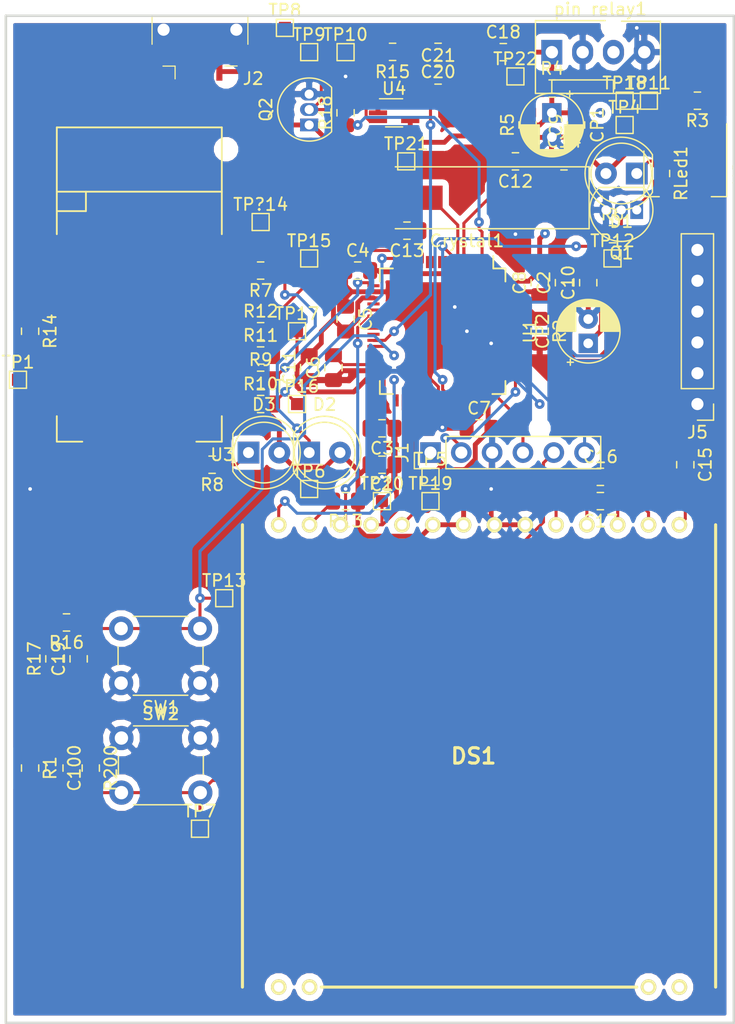
<source format=kicad_pcb>
(kicad_pcb (version 20171130) (host pcbnew "(5.0.2)-1")
  (layers (0 F.Cu signal) (31 B.Cu signal) (34 B.Paste user hide) (35 F.Paste user hide) (36 B.SilkS user hide) (37 F.SilkS user hide) (38 B.Mask user hide) (39 F.Mask user hide) (44 Edge.Cuts user))
  (net 0 "")
  (net 1 GND)
  (net 2 +3V3)
  (net 3 "Net-(C6-Pad2)")
  (net 4 +5V)
  (net 5 "Net-(C12-Pad1)")
  (net 6 "Net-(C13-Pad1)")
  (net 7 /SWCLK)
  (net 8 /SWDIO)
  (net 9 /NRST)
  (net 10 /SWO)
  (net 11 "Net-(J2-Pad4)")
  (net 12 "Net-(J2-Pad3)")
  (net 13 "Net-(J2-Pad2)")
  (net 14 "Net-(R2-Pad1)")
  (net 15 "Net-(R3-Pad1)")
  (net 16 "Net-(R4-Pad1)")
  (net 17 "Net-(U1-Pad3)")
  (net 18 "Net-(U1-Pad4)")
  (net 19 "Net-(U1-Pad8)")
  (net 20 "Net-(U1-Pad9)")
  (net 21 "Net-(U1-Pad10)")
  (net 22 "Net-(U1-Pad11)")
  (net 23 "Net-(U1-Pad20)")
  (net 24 "Net-(U1-Pad21)")
  (net 25 "Net-(U1-Pad23)")
  (net 26 "Net-(U1-Pad24)")
  (net 27 "Net-(U1-Pad25)")
  (net 28 "Net-(U1-Pad28)")
  (net 29 "Net-(U1-Pad29)")
  (net 30 "Net-(U1-Pad35)")
  (net 31 "Net-(U1-Pad37)")
  (net 32 "Net-(U1-Pad42)")
  (net 33 "Net-(U1-Pad43)")
  (net 34 "Net-(U1-Pad44)")
  (net 35 "Net-(U1-Pad45)")
  (net 36 "Net-(U1-Pad50)")
  (net 37 "Net-(U1-Pad54)")
  (net 38 "Net-(U1-Pad56)")
  (net 39 "Net-(U1-Pad57)")
  (net 40 "Net-(U1-Pad58)")
  (net 41 "Net-(U1-Pad59)")
  (net 42 "Net-(U1-Pad61)")
  (net 43 "Net-(U1-Pad62)")
  (net 44 "Net-(R14-Pad1)")
  (net 45 "Net-(Q1-Pad2)")
  (net 46 "Net-(R6-Pad1)")
  (net 47 "Net-(DS1-Pad27)")
  (net 48 "Net-(R12-Pad1)")
  (net 49 "Net-(R11-Pad1)")
  (net 50 "Net-(R10-Pad2)")
  (net 51 "Net-(R10-Pad1)")
  (net 52 "Net-(R9-Pad1)")
  (net 53 "Net-(R9-Pad2)")
  (net 54 "Net-(R8-Pad2)")
  (net 55 "Net-(D3-Pad1)")
  (net 56 "Net-(D2-Pad1)")
  (net 57 "Net-(R7-Pad2)")
  (net 58 "Net-(U3-Pad2)")
  (net 59 "Net-(U3-Pad3)")
  (net 60 "Net-(U3-Pad4)")
  (net 61 "Net-(U3-Pad6)")
  (net 62 "Net-(U3-Pad7)")
  (net 63 "Net-(U3-Pad8)")
  (net 64 "Net-(U3-Pad9)")
  (net 65 "Net-(U3-Pad10)")
  (net 66 "Net-(U3-Pad35)")
  (net 67 "Net-(U3-Pad34)")
  (net 68 "Net-(U3-Pad33)")
  (net 69 "Net-(U3-Pad32)")
  (net 70 "Net-(U3-Pad30)")
  (net 71 "Net-(U3-Pad17)")
  (net 72 "Net-(U3-Pad18)")
  (net 73 "Net-(U3-Pad19)")
  (net 74 "Net-(U3-Pad20)")
  (net 75 "Net-(U3-Pad22)")
  (net 76 "Net-(U3-Pad23)")
  (net 77 "Net-(U3-Pad24)")
  (net 78 /A0)
  (net 79 /SS)
  (net 80 /CLK)
  (net 81 /MOSI)
  (net 82 "Net-(DS1-Pad1)")
  (net 83 "Net-(DS1-Pad2)")
  (net 84 "Net-(DS1-Pad14)")
  (net 85 "Net-(DS1-Pad13)")
  (net 86 "Net-(C16-Pad1)")
  (net 87 "Net-(C17-Pad2)")
  (net 88 "Net-(C17-Pad1)")
  (net 89 "Net-(C16-Pad2)")
  (net 90 "Net-(C15-Pad2)")
  (net 91 "Net-(D1-Pad1)")
  (net 92 "Net-(R12-Pad2)")
  (net 93 "Net-(R11-Pad2)")
  (net 94 "Net-(C21-Pad1)")
  (net 95 "Net-(R15-Pad2)")
  (net 96 "Net-(R18-Pad1)")
  (net 97 "Net-(Q2-Pad2)")
  (net 98 "Net-(C100-Pad1)")
  (net 99 "Net-(C19-Pad1)")
  (net 100 "Net-(C19-Pad2)")
  (net 101 "Net-(Q1-Pad1)")
  (net 102 /GPIO1)
  (net 103 /GPIO2)
  (net 104 /GPIO3)
  (net 105 /GPIO4)
  (net 106 /GPIO5)
  (net 107 /GPIO6)
  (module Package_QFP:LQFP-64_10x10mm_P0.5mm (layer F.Cu) (at 146 76 270)
    (fp_text reference U1 (at 0 -7.2 270) (layer F.SilkS))
    (fp_text value STM32F411RETx)
    (pad 1 smd rect (at -5.7 -3.75 270) (size 1 0.25) (layers F.Cu F.Paste F.Mask) (net 2 +3V3))
    (pad 2 smd rect (at -5.7 -3.25 270) (size 1 0.25) (layers F.Cu F.Paste F.Mask) (net 96 "Net-(R18-Pad1)"))
    (pad 3 smd rect (at -5.7 -2.75 270) (size 1 0.25) (layers F.Cu F.Paste F.Mask) (net 17 "Net-(U1-Pad3)"))
    (pad 4 smd rect (at -5.7 -2.25 270) (size 1 0.25) (layers F.Cu F.Paste F.Mask) (net 18 "Net-(U1-Pad4)"))
    (pad 5 smd rect (at -5.7 -1.75 270) (size 1 0.25) (layers F.Cu F.Paste F.Mask) (net 5 "Net-(C12-Pad1)"))
    (pad 6 smd rect (at -5.7 -1.25 270) (size 1 0.25) (layers F.Cu F.Paste F.Mask) (net 6 "Net-(C13-Pad1)"))
    (pad 7 smd rect (at -5.7 -0.75 270) (size 1 0.25) (layers F.Cu F.Paste F.Mask) (net 9 /NRST))
    (pad 8 smd rect (at -5.7 -0.25 270) (size 1 0.25) (layers F.Cu F.Paste F.Mask) (net 19 "Net-(U1-Pad8)"))
    (pad 9 smd rect (at -5.7 0.25 270) (size 1 0.25) (layers F.Cu F.Paste F.Mask) (net 20 "Net-(U1-Pad9)"))
    (pad 10 smd rect (at -5.7 0.75 270) (size 1 0.25) (layers F.Cu F.Paste F.Mask) (net 21 "Net-(U1-Pad10)"))
    (pad 11 smd rect (at -5.7 1.25 270) (size 1 0.25) (layers F.Cu F.Paste F.Mask) (net 22 "Net-(U1-Pad11)"))
    (pad 12 smd rect (at -5.7 1.75 270) (size 1 0.25) (layers F.Cu F.Paste F.Mask) (net 1 GND))
    (pad 13 smd rect (at -5.7 2.25 270) (size 1 0.25) (layers F.Cu F.Paste F.Mask) (net 2 +3V3))
    (pad 14 smd rect (at -5.7 2.75 270) (size 1 0.25) (layers F.Cu F.Paste F.Mask) (net 93 "Net-(R11-Pad2)"))
    (pad 15 smd rect (at -5.7 3.25 270) (size 1 0.25) (layers F.Cu F.Paste F.Mask) (net 92 "Net-(R12-Pad2)"))
    (pad 16 smd rect (at -5.7 3.75 270) (size 1 0.25) (layers F.Cu F.Paste F.Mask) (net 50 "Net-(R10-Pad2)"))
    (pad 17 smd rect (at -3.75 5.7) (size 1 0.25) (layers F.Cu F.Paste F.Mask) (net 53 "Net-(R9-Pad2)"))
    (pad 18 smd rect (at -3.25 5.7) (size 1 0.25) (layers F.Cu F.Paste F.Mask) (net 1 GND))
    (pad 19 smd rect (at -2.75 5.7) (size 1 0.25) (layers F.Cu F.Paste F.Mask) (net 2 +3V3))
    (pad 20 smd rect (at -2.25 5.7) (size 1 0.25) (layers F.Cu F.Paste F.Mask) (net 23 "Net-(U1-Pad20)"))
    (pad 21 smd rect (at -1.75 5.7) (size 1 0.25) (layers F.Cu F.Paste F.Mask) (net 24 "Net-(U1-Pad21)"))
    (pad 22 smd rect (at -1.25 5.7) (size 1 0.25) (layers F.Cu F.Paste F.Mask) (net 78 /A0))
    (pad 23 smd rect (at -0.75 5.7) (size 1 0.25) (layers F.Cu F.Paste F.Mask) (net 25 "Net-(U1-Pad23)"))
    (pad 24 smd rect (at -0.25 5.7) (size 1 0.25) (layers F.Cu F.Paste F.Mask) (net 26 "Net-(U1-Pad24)"))
    (pad 25 smd rect (at 0.25 5.7) (size 1 0.25) (layers F.Cu F.Paste F.Mask) (net 27 "Net-(U1-Pad25)"))
    (pad 26 smd rect (at 0.75 5.7) (size 1 0.25) (layers F.Cu F.Paste F.Mask) (net 94 "Net-(C21-Pad1)"))
    (pad 27 smd rect (at 1.25 5.7) (size 1 0.25) (layers F.Cu F.Paste F.Mask) (net 100 "Net-(C19-Pad2)"))
    (pad 28 smd rect (at 1.75 5.7) (size 1 0.25) (layers F.Cu F.Paste F.Mask) (net 28 "Net-(U1-Pad28)"))
    (pad 29 smd rect (at 2.25 5.7) (size 1 0.25) (layers F.Cu F.Paste F.Mask) (net 29 "Net-(U1-Pad29)"))
    (pad 30 smd rect (at 2.75 5.7) (size 1 0.25) (layers F.Cu F.Paste F.Mask) (net 3 "Net-(C6-Pad2)"))
    (pad 31 smd rect (at 3.25 5.7) (size 1 0.25) (layers F.Cu F.Paste F.Mask) (net 1 GND))
    (pad 32 smd rect (at 3.75 5.7) (size 1 0.25) (layers F.Cu F.Paste F.Mask) (net 2 +3V3))
    (pad 33 smd rect (at 5.7 3.75 270) (size 1 0.25) (layers F.Cu F.Paste F.Mask) (net 79 /SS))
    (pad 34 smd rect (at 5.7 3.25 270) (size 1 0.25) (layers F.Cu F.Paste F.Mask) (net 80 /CLK))
    (pad 35 smd rect (at 5.7 2.75 270) (size 1 0.25) (layers F.Cu F.Paste F.Mask) (net 30 "Net-(U1-Pad35)"))
    (pad 36 smd rect (at 5.7 2.25 270) (size 1 0.25) (layers F.Cu F.Paste F.Mask) (net 81 /MOSI))
    (pad 37 smd rect (at 5.7 1.75 270) (size 1 0.25) (layers F.Cu F.Paste F.Mask) (net 31 "Net-(U1-Pad37)"))
    (pad 38 smd rect (at 5.7 1.25 270) (size 1 0.25) (layers F.Cu F.Paste F.Mask) (net 102 /GPIO1))
    (pad 39 smd rect (at 5.7 0.75 270) (size 1 0.25) (layers F.Cu F.Paste F.Mask) (net 103 /GPIO2))
    (pad 40 smd rect (at 5.7 0.25 270) (size 1 0.25) (layers F.Cu F.Paste F.Mask) (net 104 /GPIO3))
    (pad 41 smd rect (at 5.7 -0.25 270) (size 1 0.25) (layers F.Cu F.Paste F.Mask) (net 46 "Net-(R6-Pad1)"))
    (pad 42 smd rect (at 5.7 -0.75 270) (size 1 0.25) (layers F.Cu F.Paste F.Mask) (net 32 "Net-(U1-Pad42)"))
    (pad 43 smd rect (at 5.7 -1.25 270) (size 1 0.25) (layers F.Cu F.Paste F.Mask) (net 33 "Net-(U1-Pad43)"))
    (pad 44 smd rect (at 5.7 -1.75 270) (size 1 0.25) (layers F.Cu F.Paste F.Mask) (net 34 "Net-(U1-Pad44)"))
    (pad 45 smd rect (at 5.7 -2.25 270) (size 1 0.25) (layers F.Cu F.Paste F.Mask) (net 35 "Net-(U1-Pad45)"))
    (pad 46 smd rect (at 5.7 -2.75 270) (size 1 0.25) (layers F.Cu F.Paste F.Mask) (net 8 /SWDIO))
    (pad 47 smd rect (at 5.7 -3.25 270) (size 1 0.25) (layers F.Cu F.Paste F.Mask) (net 1 GND))
    (pad 48 smd rect (at 5.7 -3.75 270) (size 1 0.25) (layers F.Cu F.Paste F.Mask) (net 2 +3V3))
    (pad 49 smd rect (at 3.75 -5.7) (size 1 0.25) (layers F.Cu F.Paste F.Mask) (net 7 /SWCLK))
    (pad 50 smd rect (at 3.25 -5.7) (size 1 0.25) (layers F.Cu F.Paste F.Mask) (net 36 "Net-(U1-Pad50)"))
    (pad 51 smd rect (at 2.75 -5.7) (size 1 0.25) (layers F.Cu F.Paste F.Mask) (net 105 /GPIO4))
    (pad 52 smd rect (at 2.25 -5.7) (size 1 0.25) (layers F.Cu F.Paste F.Mask) (net 106 /GPIO5))
    (pad 53 smd rect (at 1.75 -5.7) (size 1 0.25) (layers F.Cu F.Paste F.Mask) (net 107 /GPIO6))
    (pad 54 smd rect (at 1.25 -5.7) (size 1 0.25) (layers F.Cu F.Paste F.Mask) (net 37 "Net-(U1-Pad54)"))
    (pad 55 smd rect (at 0.75 -5.7) (size 1 0.25) (layers F.Cu F.Paste F.Mask) (net 10 /SWO))
    (pad 56 smd rect (at 0.25 -5.7) (size 1 0.25) (layers F.Cu F.Paste F.Mask) (net 38 "Net-(U1-Pad56)"))
    (pad 57 smd rect (at -0.25 -5.7) (size 1 0.25) (layers F.Cu F.Paste F.Mask) (net 39 "Net-(U1-Pad57)"))
    (pad 58 smd rect (at -0.75 -5.7) (size 1 0.25) (layers F.Cu F.Paste F.Mask) (net 40 "Net-(U1-Pad58)"))
    (pad 59 smd rect (at -1.25 -5.7) (size 1 0.25) (layers F.Cu F.Paste F.Mask) (net 41 "Net-(U1-Pad59)"))
    (pad 60 smd rect (at -1.75 -5.7) (size 1 0.25) (layers F.Cu F.Paste F.Mask) (net 14 "Net-(R2-Pad1)"))
    (pad 61 smd rect (at -2.25 -5.7) (size 1 0.25) (layers F.Cu F.Paste F.Mask) (net 42 "Net-(U1-Pad61)"))
    (pad 62 smd rect (at -2.75 -5.7) (size 1 0.25) (layers F.Cu F.Paste F.Mask) (net 43 "Net-(U1-Pad62)"))
    (pad 63 smd rect (at -3.25 -5.7) (size 1 0.25) (layers F.Cu F.Paste F.Mask) (net 1 GND))
    (pad 64 smd rect (at -3.75 -5.7) (size 1 0.25) (layers F.Cu F.Paste F.Mask) (net 2 +3V3))
  )
  (module Connector_PinHeader_2.54mm:PinHeader_1x06_P2.54mm_Vertical (layer F.Cu) (at 167 82 180)
    (fp_text reference J5 (at 0 -2.33 180) (layer F.SilkS))
    (fp_text value Conn_01x06_Male)
    (pad 1 thru_hole rect (at 0 0 180) (size 1.7 1.7) (drill 1) (layers *.Cu *.Mask) (net 102 /GPIO1))
    (pad 2 thru_hole oval (at 0 2.54 180) (size 1.7 1.7) (drill 1) (layers *.Cu *.Mask) (net 103 /GPIO2))
    (pad 3 thru_hole oval (at 0 5.08 180) (size 1.7 1.7) (drill 1) (layers *.Cu *.Mask) (net 104 /GPIO3))
    (pad 4 thru_hole oval (at 0 7.62 180) (size 1.7 1.7) (drill 1) (layers *.Cu *.Mask) (net 105 /GPIO4))
    (pad 5 thru_hole oval (at 0 10.16 180) (size 1.7 1.7) (drill 1) (layers *.Cu *.Mask) (net 106 /GPIO5))
    (pad 6 thru_hole oval (at 0 12.7 180) (size 1.7 1.7) (drill 1) (layers *.Cu *.Mask) (net 107 /GPIO6))
  )
  (module TestPoint:TestPoint_Pad_1.0x1.0mm (layer F.Cu) (at 128 98)
    (fp_text reference TP13 (at 0 -1.448) (layer F.SilkS))
    (fp_text value TestPoint)
    (pad 1 smd rect (at 0 0) (size 1 1) (layers F.Cu F.Mask) (net 100 "Net-(C19-Pad2)"))
  )
  (module TestPoint:TestPoint_Pad_1.0x1.0mm (layer F.Cu) (at 131 67)
    (fp_text reference TP?14 (at 0 -1.448) (layer F.SilkS))
    (fp_text value TestPoint)
    (pad 1 smd rect (at 0 0) (size 1 1) (layers F.Cu F.Mask) (net 93 "Net-(R11-Pad2)"))
  )
  (module TestPoint:TestPoint_Pad_1.0x1.0mm (layer F.Cu) (at 152 55)
    (fp_text reference TP22 (at 0 -1.448) (layer F.SilkS))
    (fp_text value TestPoint)
    (pad 1 smd rect (at 0 0) (size 1 1) (layers F.Cu F.Mask) (net 4 +5V))
  )
  (module TestPoint:TestPoint_Pad_1.0x1.0mm (layer F.Cu) (at 143 62)
    (fp_text reference TP21 (at 0 -1.448) (layer F.SilkS))
    (fp_text value TestPoint)
    (pad 1 smd rect (at 0 0) (size 1 1) (layers F.Cu F.Mask) (net 4 +5V))
  )
  (module TestPoint:TestPoint_Pad_1.0x1.0mm (layer F.Cu) (at 141 90)
    (fp_text reference TP20 (at 0 -1.448) (layer F.SilkS))
    (fp_text value TestPoint)
    (pad 1 smd rect (at 0 0) (size 1 1) (layers F.Cu F.Mask) (net 80 /CLK))
  )
  (module TestPoint:TestPoint_Pad_1.0x1.0mm (layer F.Cu) (at 145 90)
    (fp_text reference TP19 (at 0 -1.448) (layer F.SilkS))
    (fp_text value TestPoint)
    (pad 1 smd rect (at 0 0) (size 1 1) (layers F.Cu F.Mask) (net 81 /MOSI))
  )
  (module TestPoint:TestPoint_Pad_1.0x1.0mm (layer F.Cu) (at 161 57)
    (fp_text reference TP18 (at 0 -1.448) (layer F.SilkS))
    (fp_text value TestPoint)
    (pad 1 smd rect (at 0 0) (size 1 1) (layers F.Cu F.Mask) (net 2 +3V3))
  )
  (module TestPoint:TestPoint_Pad_1.0x1.0mm (layer F.Cu) (at 134 76)
    (fp_text reference TP17 (at 0 -1.448) (layer F.SilkS))
    (fp_text value TestPoint)
    (pad 1 smd rect (at 0 0) (size 1 1) (layers F.Cu F.Mask) (net 53 "Net-(R9-Pad2)"))
  )
  (module TestPoint:TestPoint_Pad_1.0x1.0mm (layer F.Cu) (at 134 82)
    (fp_text reference TP16 (at 0 -1.448) (layer F.SilkS))
    (fp_text value TestPoint)
    (pad 1 smd rect (at 0 0) (size 1 1) (layers F.Cu F.Mask) (net 50 "Net-(R10-Pad2)"))
  )
  (module TestPoint:TestPoint_Pad_1.0x1.0mm (layer F.Cu) (at 135 70)
    (fp_text reference TP15 (at 0 -1.448) (layer F.SilkS))
    (fp_text value TestPoint)
    (pad 1 smd rect (at 0 0) (size 1 1) (layers F.Cu F.Mask) (net 92 "Net-(R12-Pad2)"))
  )
  (module TestPoint:TestPoint_Pad_1.0x1.0mm (layer F.Cu) (at 138 53)
    (fp_text reference TP10 (at 0 -1.448) (layer F.SilkS))
    (fp_text value TestPoint)
    (pad 1 smd rect (at 0 0) (size 1 1) (layers F.Cu F.Mask) (net 95 "Net-(R15-Pad2)"))
  )
  (module TestPoint:TestPoint_Pad_1.0x1.0mm (layer F.Cu) (at 135 53)
    (fp_text reference TP9 (at 0 -1.448) (layer F.SilkS))
    (fp_text value TestPoint)
    (pad 1 smd rect (at 0 0) (size 1 1) (layers F.Cu F.Mask) (net 97 "Net-(Q2-Pad2)"))
  )
  (module TestPoint:TestPoint_Pad_1.0x1.0mm (layer F.Cu) (at 133 51)
    (fp_text reference TP8 (at 0 -1.448) (layer F.SilkS))
    (fp_text value TestPoint)
    (pad 1 smd rect (at 0 0) (size 1 1) (layers F.Cu F.Mask) (net 1 GND))
  )
  (module TestPoint:TestPoint_Pad_1.0x1.0mm (layer F.Cu) (at 126 117)
    (fp_text reference TP7 (at 0 -1.448) (layer F.SilkS))
    (fp_text value TestPoint)
    (pad 1 smd rect (at 0 0) (size 1 1) (layers F.Cu F.Mask) (net 9 /NRST))
  )
  (module TestPoint:TestPoint_Pad_1.0x1.0mm (layer F.Cu) (at 135 89)
    (fp_text reference TP6 (at 0 -1.448) (layer F.SilkS))
    (fp_text value TestPoint)
    (pad 1 smd rect (at 0 0) (size 1 1) (layers F.Cu F.Mask) (net 2 +3V3))
  )
  (module TestPoint:TestPoint_Pad_1.0x1.0mm (layer F.Cu) (at 145 88)
    (fp_text reference TP5 (at 0 -1.448) (layer F.SilkS))
    (fp_text value TestPoint)
    (pad 1 smd rect (at 0 0) (size 1 1) (layers F.Cu F.Mask) (net 2 +3V3))
  )
  (module TestPoint:TestPoint_Pad_1.0x1.0mm (layer F.Cu) (at 161 59)
    (fp_text reference TP4 (at 0 -1.448) (layer F.SilkS))
    (fp_text value TestPoint)
    (pad 1 smd rect (at 0 0) (size 1 1) (layers F.Cu F.Mask) (net 4 +5V))
  )
  (module TestPoint:TestPoint_Pad_1.0x1.0mm (layer F.Cu) (at 163 57)
    (fp_text reference TP11 (at 0 -1.448) (layer F.SilkS))
    (fp_text value TestPoint)
    (pad 1 smd rect (at 0 0) (size 1 1) (layers F.Cu F.Mask) (net 91 "Net-(D1-Pad1)"))
  )
  (module TestPoint:TestPoint_Pad_1.0x1.0mm (layer F.Cu) (at 111 80)
    (fp_text reference TP1 (at 0 -1.448) (layer F.SilkS))
    (fp_text value TestPoint)
    (pad 1 smd rect (at 0 0) (size 1 1) (layers F.Cu F.Mask) (net 2 +3V3))
  )
  (module TestPoint:TestPoint_Pad_1.0x1.0mm (layer F.Cu) (at 160 70)
    (fp_text reference TP12 (at 0 -1.448) (layer F.SilkS))
    (fp_text value TestPoint)
    (pad 1 smd rect (at 0 0) (size 1 1) (layers F.Cu F.Mask) (net 46 "Net-(R6-Pad1)"))
  )
  (module Package_TO_SOT_SMD:SOT-223 (layer F.Cu) (at 166 63 270)
    (fp_text reference U2 (at 0 -4.5 270) (layer F.SilkS))
    (fp_text value LM1117ADJ)
    (pad 4 smd rect (at 3.15 0 270) (size 2 3.8) (layers F.Cu F.Paste F.Mask) (net 2 +3V3))
    (pad 2 smd rect (at -3.15 0 270) (size 2 1.5) (layers F.Cu F.Paste F.Mask) (net 2 +3V3))
    (pad 3 smd rect (at -3.15 2.3 270) (size 2 1.5) (layers F.Cu F.Paste F.Mask) (net 4 +5V))
    (pad 1 smd rect (at -3.15 -2.3 270) (size 2 1.5) (layers F.Cu F.Paste F.Mask) (net 15 "Net-(R3-Pad1)"))
  )
  (module Resistor_SMD:R_0805_2012Metric_Pad1.15x1.40mm_HandSolder (layer F.Cu) (at 164 63 270)
    (fp_text reference RLed1 (at 0 -1.65 270) (layer F.SilkS))
    (fp_text value 160)
    (pad 1 smd roundrect (at -1.025 0 270) (size 1.15 1.4) (layers F.Cu F.Paste F.Mask) (roundrect_rratio 0.217391) (net 91 "Net-(D1-Pad1)"))
    (pad 2 smd roundrect (at 1.025 0 270) (size 1.15 1.4) (layers F.Cu F.Paste F.Mask) (roundrect_rratio 0.217391) (net 101 "Net-(Q1-Pad1)"))
  )
  (module Resistor_SMD:R_0805_2012Metric_Pad1.15x1.40mm_HandSolder (layer F.Cu) (at 112 112 270)
    (fp_text reference R1 (at 0 -1.65 270) (layer F.SilkS))
    (fp_text value 4700)
    (pad 1 smd roundrect (at -1.025 0 270) (size 1.15 1.4) (layers F.Cu F.Paste F.Mask) (roundrect_rratio 0.217391) (net 2 +3V3))
    (pad 2 smd roundrect (at 1.025 0 270) (size 1.15 1.4) (layers F.Cu F.Paste F.Mask) (roundrect_rratio 0.217391) (net 9 /NRST))
  )
  (module EA_DOGS102W-6:EA-DOGS102W-6 (layer F.Cu) (at 149 111)
    (fp_text reference DS1 (at -0.45365 0.01496) (layer F.SilkS) (effects (font (size 1.27 1.27) (thickness 0.254))))
    (fp_text value EA_DOGS102W-6 hide)
    (pad 1 thru_hole circle (at -16.51 19.05 90) (size 1.28 1.28) (drill 0.78) (layers *.Cu *.Mask F.SilkS) (net 82 "Net-(DS1-Pad1)"))
    (pad 2 thru_hole circle (at -13.97 19.05 90) (size 1.28 1.28) (drill 0.78) (layers *.Cu *.Mask F.SilkS) (net 83 "Net-(DS1-Pad2)"))
    (pad 14 thru_hole circle (at 16.51 19.05 90) (size 1.28 1.28) (drill 0.78) (layers *.Cu *.Mask F.SilkS) (net 84 "Net-(DS1-Pad14)"))
    (pad 13 thru_hole circle (at 13.97 19.05 90) (size 1.28 1.28) (drill 0.78) (layers *.Cu *.Mask F.SilkS) (net 85 "Net-(DS1-Pad13)"))
    (pad 28 thru_hole circle (at -16.51 -19.05 90) (size 1.28 1.28) (drill 0.78) (layers *.Cu *.Mask F.SilkS) (net 79 /SS))
    (pad 27 thru_hole circle (at -13.97 -19.05 90) (size 1.28 1.28) (drill 0.78) (layers *.Cu *.Mask F.SilkS) (net 47 "Net-(DS1-Pad27)"))
    (pad 26 thru_hole circle (at -11.43 -19.05 90) (size 1.28 1.28) (drill 0.78) (layers *.Cu *.Mask F.SilkS) (net 78 /A0))
    (pad 25 thru_hole circle (at -8.89 -19.05 90) (size 1.28 1.28) (drill 0.78) (layers *.Cu *.Mask F.SilkS) (net 80 /CLK))
    (pad 24 thru_hole circle (at -6.35 -19.05 90) (size 1.28 1.28) (drill 0.78) (layers *.Cu *.Mask F.SilkS) (net 81 /MOSI))
    (pad 23 thru_hole circle (at -3.81 -19.05 90) (size 1.28 1.28) (drill 0.78) (layers *.Cu *.Mask F.SilkS) (net 2 +3V3))
    (pad 22 thru_hole circle (at -1.27 -19.05 90) (size 1.28 1.28) (drill 0.78) (layers *.Cu *.Mask F.SilkS) (net 2 +3V3))
    (pad 21 thru_hole circle (at 1.27 -19.05 90) (size 1.28 1.28) (drill 0.78) (layers *.Cu *.Mask F.SilkS) (net 1 GND))
    (pad 20 thru_hole circle (at 3.81 -19.05 90) (size 1.28 1.28) (drill 0.78) (layers *.Cu *.Mask F.SilkS) (net 1 GND))
    (pad 19 thru_hole circle (at 6.35 -19.05 90) (size 1.28 1.28) (drill 0.78) (layers *.Cu *.Mask F.SilkS) (net 86 "Net-(C16-Pad1)"))
    (pad 18 thru_hole circle (at 8.89 -19.05 90) (size 1.28 1.28) (drill 0.78) (layers *.Cu *.Mask F.SilkS) (net 87 "Net-(C17-Pad2)"))
    (pad 17 thru_hole circle (at 11.43 -19.05 90) (size 1.28 1.28) (drill 0.78) (layers *.Cu *.Mask F.SilkS) (net 88 "Net-(C17-Pad1)"))
    (pad 16 thru_hole circle (at 13.97 -19.05 90) (size 1.28 1.28) (drill 0.78) (layers *.Cu *.Mask F.SilkS) (net 89 "Net-(C16-Pad2)"))
    (pad 15 thru_hole circle (at 16.51 -19.05 90) (size 1.28 1.28) (drill 0.78) (layers *.Cu *.Mask F.SilkS) (net 90 "Net-(C15-Pad2)"))
  )
  (module Button_Switch_THT:SW_PUSH_6mm_H4.3mm (layer F.Cu) (at 119.525001 109.525001)
    (fp_text reference SW2 (at 3.25 -2) (layer F.SilkS))
    (fp_text value SW_Push)
    (pad 2 thru_hole circle (at 0 4.5 90) (size 2 2) (drill 1.1) (layers *.Cu *.Mask) (net 9 /NRST))
    (pad 1 thru_hole circle (at 0 0 90) (size 2 2) (drill 1.1) (layers *.Cu *.Mask) (net 1 GND))
    (pad 2 thru_hole circle (at 6.5 4.5 90) (size 2 2) (drill 1.1) (layers *.Cu *.Mask) (net 9 /NRST))
    (pad 1 thru_hole circle (at 6.5 0 90) (size 2 2) (drill 1.1) (layers *.Cu *.Mask) (net 1 GND))
  )
  (module Capacitor_SMD:C_0805_2012Metric_Pad1.15x1.40mm_HandSolder (layer F.Cu) (at 114 112 270)
    (fp_text reference C100 (at 0 -1.65 270) (layer F.SilkS))
    (fp_text value 100n)
    (pad 1 smd roundrect (at -1.025 0 270) (size 1.15 1.4) (layers F.Cu F.Paste F.Mask) (roundrect_rratio 0.217391) (net 98 "Net-(C100-Pad1)"))
    (pad 2 smd roundrect (at 1.025 0 270) (size 1.15 1.4) (layers F.Cu F.Paste F.Mask) (roundrect_rratio 0.217391) (net 9 /NRST))
  )
  (module Package_TO_SOT_THT:TO-92_Inline (layer F.Cu) (at 135 59 90)
    (fp_text reference Q2 (at 1.27 -3.56 90) (layer F.SilkS))
    (fp_text value BC547)
    (pad 2 thru_hole oval (at 1.27 0 90) (size 1.05 1.5) (drill 0.75) (layers *.Cu *.Mask) (net 97 "Net-(Q2-Pad2)"))
    (pad 3 thru_hole oval (at 2.54 0 90) (size 1.05 1.5) (drill 0.75) (layers *.Cu *.Mask) (net 1 GND))
    (pad 1 thru_hole rect (at 0 0 90) (size 1.05 1.5) (drill 0.75) (layers *.Cu *.Mask) (net 4 +5V))
  )
  (module Resistor_SMD:R_0805_2012Metric_Pad1.15x1.40mm_HandSolder (layer F.Cu) (at 115 100 180)
    (fp_text reference R16 (at 0 -1.65 180) (layer F.SilkS))
    (fp_text value 4700)
    (pad 2 smd roundrect (at 1.025 0 180) (size 1.15 1.4) (layers F.Cu F.Paste F.Mask) (roundrect_rratio 0.217391) (net 2 +3V3))
    (pad 1 smd roundrect (at -1.025 0 180) (size 1.15 1.4) (layers F.Cu F.Paste F.Mask) (roundrect_rratio 0.217391) (net 100 "Net-(C19-Pad2)"))
  )
  (module Resistor_SMD:R_0805_2012Metric_Pad1.15x1.40mm_HandSolder (layer F.Cu) (at 114 103 90)
    (fp_text reference R17 (at 0 -1.65 90) (layer F.SilkS))
    (fp_text value 100)
    (pad 1 smd roundrect (at -1.025 0 90) (size 1.15 1.4) (layers F.Cu F.Paste F.Mask) (roundrect_rratio 0.217391) (net 1 GND))
    (pad 2 smd roundrect (at 1.025 0 90) (size 1.15 1.4) (layers F.Cu F.Paste F.Mask) (roundrect_rratio 0.217391) (net 99 "Net-(C19-Pad1)"))
  )
  (module Resistor_SMD:R_0805_2012Metric_Pad1.15x1.40mm_HandSolder (layer F.Cu) (at 117 112 270)
    (fp_text reference R200 (at 0 -1.65 270) (layer F.SilkS))
    (fp_text value 100)
    (pad 2 smd roundrect (at 1.025 0 270) (size 1.15 1.4) (layers F.Cu F.Paste F.Mask) (roundrect_rratio 0.217391) (net 98 "Net-(C100-Pad1)"))
    (pad 1 smd roundrect (at -1.025 0 270) (size 1.15 1.4) (layers F.Cu F.Paste F.Mask) (roundrect_rratio 0.217391) (net 1 GND))
  )
  (module Resistor_SMD:R_0805_2012Metric_Pad1.15x1.40mm_HandSolder (layer F.Cu) (at 138 58 90)
    (fp_text reference R18 (at 0 -1.65 90) (layer F.SilkS))
    (fp_text value 10k)
    (pad 1 smd roundrect (at -1.025 0 90) (size 1.15 1.4) (layers F.Cu F.Paste F.Mask) (roundrect_rratio 0.217391) (net 96 "Net-(R18-Pad1)"))
    (pad 2 smd roundrect (at 1.025 0 90) (size 1.15 1.4) (layers F.Cu F.Paste F.Mask) (roundrect_rratio 0.217391) (net 97 "Net-(Q2-Pad2)"))
  )
  (module Capacitor_SMD:C_0805_2012Metric_Pad1.15x1.40mm_HandSolder (layer F.Cu) (at 145.625001 54.925001)
    (fp_text reference C21 (at 0 -1.65) (layer F.SilkS))
    (fp_text value 1u)
    (pad 1 smd roundrect (at -1.025 0) (size 1.15 1.4) (layers F.Cu F.Paste F.Mask) (roundrect_rratio 0.217391) (net 94 "Net-(C21-Pad1)"))
    (pad 2 smd roundrect (at 1.025 0) (size 1.15 1.4) (layers F.Cu F.Paste F.Mask) (roundrect_rratio 0.217391) (net 1 GND))
  )
  (module Capacitor_SMD:C_0805_2012Metric_Pad1.15x1.40mm_HandSolder (layer F.Cu) (at 145.625001 52.975001 180)
    (fp_text reference C20 (at 0 -1.65 180) (layer F.SilkS))
    (fp_text value 0.01u)
    (pad 2 smd roundrect (at 1.025 0 180) (size 1.15 1.4) (layers F.Cu F.Paste F.Mask) (roundrect_rratio 0.217391) (net 1 GND))
    (pad 1 smd roundrect (at -1.025 0 180) (size 1.15 1.4) (layers F.Cu F.Paste F.Mask) (roundrect_rratio 0.217391) (net 4 +5V))
  )
  (module Capacitor_SMD:C_0805_2012Metric_Pad1.15x1.40mm_HandSolder (layer F.Cu) (at 116 103 90)
    (fp_text reference C19 (at 0 -1.65 90) (layer F.SilkS))
    (fp_text value 100n)
    (pad 1 smd roundrect (at -1.025 0 90) (size 1.15 1.4) (layers F.Cu F.Paste F.Mask) (roundrect_rratio 0.217391) (net 99 "Net-(C19-Pad1)"))
    (pad 2 smd roundrect (at 1.025 0 90) (size 1.15 1.4) (layers F.Cu F.Paste F.Mask) (roundrect_rratio 0.217391) (net 100 "Net-(C19-Pad2)"))
  )
  (module Package_TO_SOT_SMD:SOT-353_SC-70-5_Handsoldering (layer F.Cu) (at 142 58)
    (fp_text reference U4 (at 0 -2) (layer F.SilkS))
    (fp_text value LMT84DCK)
    (pad 1 smd rect (at -1.33 -0.65) (size 1.5 0.4) (layers F.Cu F.Paste F.Mask) (net 1 GND))
    (pad 2 smd rect (at -1.33 0) (size 1.5 0.4) (layers F.Cu F.Paste F.Mask) (net 1 GND))
    (pad 3 smd rect (at -1.33 0.65) (size 1.5 0.4) (layers F.Cu F.Paste F.Mask) (net 95 "Net-(R15-Pad2)"))
    (pad 4 smd rect (at 1.33 0.65) (size 1.5 0.4) (layers F.Cu F.Paste F.Mask) (net 4 +5V))
    (pad 5 smd rect (at 1.33 -0.65) (size 1.5 0.4) (layers F.Cu F.Paste F.Mask) (net 1 GND))
  )
  (module Resistor_SMD:R_0805_2012Metric_Pad1.15x1.40mm_HandSolder (layer F.Cu) (at 141.875001 52.975001 180)
    (fp_text reference R15 (at 0 -1.65 180) (layer F.SilkS))
    (fp_text value 820)
    (pad 1 smd roundrect (at -1.025 0 180) (size 1.15 1.4) (layers F.Cu F.Paste F.Mask) (roundrect_rratio 0.217391) (net 94 "Net-(C21-Pad1)"))
    (pad 2 smd roundrect (at 1.025 0 180) (size 1.15 1.4) (layers F.Cu F.Paste F.Mask) (roundrect_rratio 0.217391) (net 95 "Net-(R15-Pad2)"))
  )
  (module Connector_USB:USB_Mini-B_AdamTech_MUSB-B5-S-VT-TSMT-1_SMD_Vertical (layer F.Cu) (at 126 53 90)
    (fp_text reference J2 (at -2.18 4.39 -180) (layer F.SilkS))
    (fp_text value USB_OTG)
    (pad "" np_thru_hole circle (at 1.85 3 180) (size 1 1) (drill 1) (layers *.Cu *.Mask))
    (pad "" np_thru_hole circle (at 1.85 -3 180) (size 1 1) (drill 1) (layers *.Cu *.Mask))
    (pad 5 smd rect (at -1.6 1.6 180) (size 0.5 1.5) (layers F.Cu F.Paste F.Mask) (net 1 GND))
    (pad 4 smd rect (at -1.6 0.8 180) (size 0.5 1.5) (layers F.Cu F.Paste F.Mask) (net 11 "Net-(J2-Pad4)"))
    (pad 3 smd rect (at -1.6 0 180) (size 0.5 1.5) (layers F.Cu F.Paste F.Mask) (net 12 "Net-(J2-Pad3)"))
    (pad 2 smd rect (at -1.6 -0.8 180) (size 0.5 1.5) (layers F.Cu F.Paste F.Mask) (net 13 "Net-(J2-Pad2)"))
    (pad 1 smd rect (at -1.6 -1.6 180) (size 0.5 1.5) (layers F.Cu F.Paste F.Mask) (net 4 +5V))
    (pad 6 smd rect (at -0.45 4.75 180) (size 3 1.8) (layers F.Cu F.Paste F.Mask) (net 1 GND))
    (pad 6 smd rect (at -0.45 -4.75 180) (size 3 1.8) (layers F.Cu F.Paste F.Mask) (net 1 GND))
  )
  (module RF_Module:RN42 (layer F.Cu) (at 121 75)
    (fp_text reference U3 (at 6.858 11.176) (layer F.SilkS))
    (fp_text value RN42)
    (pad 1 smd oval (at -6.4 -6) (size 2 0.8) (layers F.Cu F.Paste F.Mask) (net 1 GND))
    (pad 2 smd oval (at -6.4 -4.8) (size 2 0.8) (layers F.Cu F.Paste F.Mask) (net 58 "Net-(U3-Pad2)"))
    (pad 3 smd oval (at -6.4 -3.6) (size 2 0.8) (layers F.Cu F.Paste F.Mask) (net 59 "Net-(U3-Pad3)"))
    (pad 4 smd oval (at -6.4 -2.4) (size 2 0.8) (layers F.Cu F.Paste F.Mask) (net 60 "Net-(U3-Pad4)"))
    (pad 5 smd oval (at -6.4 -1.2) (size 2 0.8) (layers F.Cu F.Paste F.Mask) (net 44 "Net-(R14-Pad1)"))
    (pad 6 smd oval (at -6.4 0) (size 2 0.8) (layers F.Cu F.Paste F.Mask) (net 61 "Net-(U3-Pad6)"))
    (pad 7 smd oval (at -6.4 1.2) (size 2 0.8) (layers F.Cu F.Paste F.Mask) (net 62 "Net-(U3-Pad7)"))
    (pad 8 smd oval (at -6.4 2.4) (size 2 0.8) (layers F.Cu F.Paste F.Mask) (net 63 "Net-(U3-Pad8)"))
    (pad 9 smd oval (at -6.4 3.6) (size 2 0.8) (layers F.Cu F.Paste F.Mask) (net 64 "Net-(U3-Pad9)"))
    (pad 10 smd oval (at -6.4 4.8) (size 2 0.8) (layers F.Cu F.Paste F.Mask) (net 65 "Net-(U3-Pad10)"))
    (pad 11 smd oval (at -6.4 6) (size 2 0.8) (layers F.Cu F.Paste F.Mask) (net 2 +3V3))
    (pad 12 smd oval (at -6.4 7.2) (size 2 0.8) (layers F.Cu F.Paste F.Mask) (net 1 GND))
    (pad 35 smd oval (at -4.1 9.7 90) (size 2 0.8) (layers F.Cu F.Paste F.Mask) (net 66 "Net-(U3-Pad35)"))
    (pad 29 smd oval (at -3.1 9.7 90) (size 2 0.8) (layers F.Cu F.Paste F.Mask) (net 1 GND))
    (pad 34 smd oval (at -1.8 9.7 90) (size 2 0.8) (layers F.Cu F.Paste F.Mask) (net 67 "Net-(U3-Pad34)"))
    (pad 33 smd oval (at -0.6 9.7 90) (size 2 0.8) (layers F.Cu F.Paste F.Mask) (net 68 "Net-(U3-Pad33)"))
    (pad 32 smd oval (at 0.6 9.7 90) (size 2 0.8) (layers F.Cu F.Paste F.Mask) (net 69 "Net-(U3-Pad32)"))
    (pad 31 smd oval (at 1.8 9.7 90) (size 2 0.8) (layers F.Cu F.Paste F.Mask) (net 54 "Net-(R8-Pad2)"))
    (pad 28 smd oval (at 3.1 9.7 90) (size 2 0.8) (layers F.Cu F.Paste F.Mask) (net 1 GND))
    (pad 30 smd oval (at 4.1 9.7 90) (size 2 0.8) (layers F.Cu F.Paste F.Mask) (net 70 "Net-(U3-Pad30)"))
    (pad 13 smd oval (at 6.4 7.2) (size 2 0.8) (layers F.Cu F.Paste F.Mask) (net 51 "Net-(R10-Pad1)"))
    (pad 14 smd oval (at 6.4 6) (size 2 0.8) (layers F.Cu F.Paste F.Mask) (net 52 "Net-(R9-Pad1)"))
    (pad 15 smd oval (at 6.4 4.8) (size 2 0.8) (layers F.Cu F.Paste F.Mask) (net 49 "Net-(R11-Pad1)"))
    (pad 16 smd oval (at 6.4 3.6) (size 2 0.8) (layers F.Cu F.Paste F.Mask) (net 48 "Net-(R12-Pad1)"))
    (pad 17 smd oval (at 6.4 2.4) (size 2 0.8) (layers F.Cu F.Paste F.Mask) (net 71 "Net-(U3-Pad17)"))
    (pad 18 smd oval (at 6.4 1.2) (size 2 0.8) (layers F.Cu F.Paste F.Mask) (net 72 "Net-(U3-Pad18)"))
    (pad 19 smd oval (at 6.4 0) (size 2 0.8) (layers F.Cu F.Paste F.Mask) (net 73 "Net-(U3-Pad19)"))
    (pad 20 smd oval (at 6.4 -1.2) (size 2 0.8) (layers F.Cu F.Paste F.Mask) (net 74 "Net-(U3-Pad20)"))
    (pad 21 smd oval (at 6.4 -2.4) (size 2 0.8) (layers F.Cu F.Paste F.Mask) (net 57 "Net-(R7-Pad2)"))
    (pad 22 smd oval (at 6.4 -3.6) (size 2 0.8) (layers F.Cu F.Paste F.Mask) (net 75 "Net-(U3-Pad22)"))
    (pad 23 smd oval (at 6.4 -4.8) (size 2 0.8) (layers F.Cu F.Paste F.Mask) (net 76 "Net-(U3-Pad23)"))
    (pad 24 smd oval (at 6.4 -6) (size 2 0.8) (layers F.Cu F.Paste F.Mask) (net 77 "Net-(U3-Pad24)"))
    (pad 36 smd rect (at -5.6 9.3) (size 1.8 1) (layers F.Cu F.Paste F.Mask) (net 1 GND))
    (pad 36 smd rect (at 5.6 9.3) (size 1.8 1) (layers F.Cu F.Paste F.Mask) (net 1 GND))
    (pad 36 smd rect (at 5.6 -9.7) (size 1.8 1) (layers F.Cu F.Paste F.Mask) (net 1 GND))
    (pad 36 smd rect (at -5.6 -9.7) (size 1.8 1) (layers F.Cu F.Paste F.Mask) (net 1 GND))
  )
  (module Button_Switch_THT:SW_PUSH_6mm_H4.3mm (layer F.Cu) (at 126 105 180)
    (fp_text reference SW1 (at 3.25 -2 180) (layer F.SilkS))
    (fp_text value SW_Push)
    (pad 2 thru_hole circle (at 0 4.5 270) (size 2 2) (drill 1.1) (layers *.Cu *.Mask) (net 100 "Net-(C19-Pad2)"))
    (pad 1 thru_hole circle (at 0 0 270) (size 2 2) (drill 1.1) (layers *.Cu *.Mask) (net 1 GND))
    (pad 2 thru_hole circle (at 6.5 4.5 270) (size 2 2) (drill 1.1) (layers *.Cu *.Mask) (net 100 "Net-(C19-Pad2)"))
    (pad 1 thru_hole circle (at 6.5 0 270) (size 2 2) (drill 1.1) (layers *.Cu *.Mask) (net 1 GND))
  )
  (module Capacitor_SMD:C_0805_2012Metric_Pad1.15x1.40mm_HandSolder (layer F.Cu) (at 151 53)
    (fp_text reference C18 (at 0 -1.65) (layer F.SilkS))
    (fp_text value 100n)
    (pad 1 smd roundrect (at -1.025 0) (size 1.15 1.4) (layers F.Cu F.Paste F.Mask) (roundrect_rratio 0.217391) (net 1 GND))
    (pad 2 smd roundrect (at 1.025 0) (size 1.15 1.4) (layers F.Cu F.Paste F.Mask) (roundrect_rratio 0.217391) (net 4 +5V))
  )
  (module Connector:FanPinHeader_1x04_P2.54mm_Vertical (layer F.Cu) (at 155 53)
    (fp_text reference pin_relay1 (at 4 -3.55) (layer F.SilkS))
    (fp_text value Conn_01x04_Male)
    (pad 1 thru_hole rect (at 0 0 90) (size 2.03 1.73) (drill 1.02) (layers *.Cu *.Mask) (net 4 +5V))
    (pad 2 thru_hole oval (at 2.54 0 90) (size 2.03 1.73) (drill 1.02) (layers *.Cu *.Mask) (net 1 GND))
    (pad 3 thru_hole oval (at 5.08 0 90) (size 2.03 1.73) (drill 1.02) (layers *.Cu *.Mask) (net 1 GND))
    (pad 4 thru_hole oval (at 7.62 0 90) (size 2.03 1.73) (drill 1.02) (layers *.Cu *.Mask) (net 1 GND))
    (pad "" np_thru_hole circle (at 5.08 -2.16 90) (size 1.1 1.1) (drill 1.1) (layers *.Cu *.Mask))
  )
  (module Capacitor_SMD:C_0805_2012Metric_Pad1.15x1.40mm_HandSolder (layer F.Cu) (at 159 90 180)
    (fp_text reference C17 (at 0 -1.65 180) (layer F.SilkS))
    (fp_text value 1u)
    (pad 1 smd roundrect (at -1.025 0 180) (size 1.15 1.4) (layers F.Cu F.Paste F.Mask) (roundrect_rratio 0.217391) (net 88 "Net-(C17-Pad1)"))
    (pad 2 smd roundrect (at 1.025 0 180) (size 1.15 1.4) (layers F.Cu F.Paste F.Mask) (roundrect_rratio 0.217391) (net 87 "Net-(C17-Pad2)"))
  )
  (module Capacitor_SMD:C_0805_2012Metric_Pad1.15x1.40mm_HandSolder (layer F.Cu) (at 159 88)
    (fp_text reference C16 (at 0 -1.65) (layer F.SilkS))
    (fp_text value 1u)
    (pad 2 smd roundrect (at 1.025 0) (size 1.15 1.4) (layers F.Cu F.Paste F.Mask) (roundrect_rratio 0.217391) (net 89 "Net-(C16-Pad2)"))
    (pad 1 smd roundrect (at -1.025 0) (size 1.15 1.4) (layers F.Cu F.Paste F.Mask) (roundrect_rratio 0.217391) (net 86 "Net-(C16-Pad1)"))
  )
  (module Capacitor_SMD:C_0805_2012Metric_Pad1.15x1.40mm_HandSolder (layer F.Cu) (at 166 87 270)
    (fp_text reference C15 (at 0 -1.65 270) (layer F.SilkS))
    (fp_text value 1u)
    (pad 1 smd roundrect (at -1.025 0 270) (size 1.15 1.4) (layers F.Cu F.Paste F.Mask) (roundrect_rratio 0.217391) (net 1 GND))
    (pad 2 smd roundrect (at 1.025 0 270) (size 1.15 1.4) (layers F.Cu F.Paste F.Mask) (roundrect_rratio 0.217391) (net 90 "Net-(C15-Pad2)"))
  )
  (module LED_THT:LED_D5.0mm (layer F.Cu) (at 162 63 180)
    (fp_text reference D1 (at 1.27 -3.96 180) (layer F.SilkS))
    (fp_text value LED)
    (pad 1 thru_hole rect (at 0 0 180) (size 1.8 1.8) (drill 0.9) (layers *.Cu *.Mask) (net 91 "Net-(D1-Pad1)"))
    (pad 2 thru_hole circle (at 2.54 0 180) (size 1.8 1.8) (drill 0.9) (layers *.Cu *.Mask) (net 4 +5V))
  )
  (module LED_THT:LED_D5.0mm (layer F.Cu) (at 135 86)
    (fp_text reference D2 (at 1.27 -3.96) (layer F.SilkS))
    (fp_text value LED)
    (pad 2 thru_hole circle (at 2.54 0) (size 1.8 1.8) (drill 0.9) (layers *.Cu *.Mask) (net 2 +3V3))
    (pad 1 thru_hole rect (at 0 0) (size 1.8 1.8) (drill 0.9) (layers *.Cu *.Mask) (net 56 "Net-(D2-Pad1)"))
  )
  (module LED_THT:LED_D5.0mm (layer F.Cu) (at 130 86)
    (fp_text reference D3 (at 1.27 -3.96) (layer F.SilkS))
    (fp_text value LED)
    (pad 1 thru_hole rect (at 0 0) (size 1.8 1.8) (drill 0.9) (layers *.Cu *.Mask) (net 55 "Net-(D3-Pad1)"))
    (pad 2 thru_hole circle (at 2.54 0) (size 1.8 1.8) (drill 0.9) (layers *.Cu *.Mask) (net 2 +3V3))
  )
  (module Package_TO_SOT_THT:TO-92_Inline (layer F.Cu) (at 162 66 180)
    (fp_text reference Q1 (at 1.27 -3.56 180) (layer F.SilkS))
    (fp_text value BC547)
    (pad 2 thru_hole oval (at 1.27 0 180) (size 1.05 1.5) (drill 0.75) (layers *.Cu *.Mask) (net 45 "Net-(Q1-Pad2)"))
    (pad 3 thru_hole oval (at 2.54 0 180) (size 1.05 1.5) (drill 0.75) (layers *.Cu *.Mask) (net 1 GND))
    (pad 1 thru_hole rect (at 0 0 180) (size 1.05 1.5) (drill 0.75) (layers *.Cu *.Mask) (net 101 "Net-(Q1-Pad1)"))
  )
  (module Resistor_SMD:R_0805_2012Metric_Pad1.15x1.40mm_HandSolder (layer F.Cu) (at 131 71 180)
    (fp_text reference R7 (at 0 -1.65 180) (layer F.SilkS))
    (fp_text value 470)
    (pad 1 smd roundrect (at -1.025 0 180) (size 1.15 1.4) (layers F.Cu F.Paste F.Mask) (roundrect_rratio 0.217391) (net 56 "Net-(D2-Pad1)"))
    (pad 2 smd roundrect (at 1.025 0 180) (size 1.15 1.4) (layers F.Cu F.Paste F.Mask) (roundrect_rratio 0.217391) (net 57 "Net-(R7-Pad2)"))
  )
  (module Resistor_SMD:R_0805_2012Metric_Pad1.15x1.40mm_HandSolder (layer F.Cu) (at 127 87 180)
    (fp_text reference R8 (at 0 -1.65 180) (layer F.SilkS))
    (fp_text value 470)
    (pad 2 smd roundrect (at 1.025 0 180) (size 1.15 1.4) (layers F.Cu F.Paste F.Mask) (roundrect_rratio 0.217391) (net 54 "Net-(R8-Pad2)"))
    (pad 1 smd roundrect (at -1.025 0 180) (size 1.15 1.4) (layers F.Cu F.Paste F.Mask) (roundrect_rratio 0.217391) (net 55 "Net-(D3-Pad1)"))
  )
  (module Resistor_SMD:R_0805_2012Metric_Pad1.15x1.40mm_HandSolder (layer F.Cu) (at 131 80)
    (fp_text reference R9 (at 0 -1.65) (layer F.SilkS))
    (fp_text value 3300)
    (pad 1 smd roundrect (at -1.025 0) (size 1.15 1.4) (layers F.Cu F.Paste F.Mask) (roundrect_rratio 0.217391) (net 52 "Net-(R9-Pad1)"))
    (pad 2 smd roundrect (at 1.025 0) (size 1.15 1.4) (layers F.Cu F.Paste F.Mask) (roundrect_rratio 0.217391) (net 53 "Net-(R9-Pad2)"))
  )
  (module Resistor_SMD:R_0805_2012Metric_Pad1.15x1.40mm_HandSolder (layer F.Cu) (at 131 82)
    (fp_text reference R10 (at 0 -1.65) (layer F.SilkS))
    (fp_text value 3300)
    (pad 2 smd roundrect (at 1.025 0) (size 1.15 1.4) (layers F.Cu F.Paste F.Mask) (roundrect_rratio 0.217391) (net 50 "Net-(R10-Pad2)"))
    (pad 1 smd roundrect (at -1.025 0) (size 1.15 1.4) (layers F.Cu F.Paste F.Mask) (roundrect_rratio 0.217391) (net 51 "Net-(R10-Pad1)"))
  )
  (module Resistor_SMD:R_0805_2012Metric_Pad1.15x1.40mm_HandSolder (layer F.Cu) (at 131 78)
    (fp_text reference R11 (at 0 -1.65) (layer F.SilkS))
    (fp_text value 3300)
    (pad 1 smd roundrect (at -1.025 0) (size 1.15 1.4) (layers F.Cu F.Paste F.Mask) (roundrect_rratio 0.217391) (net 49 "Net-(R11-Pad1)"))
    (pad 2 smd roundrect (at 1.025 0) (size 1.15 1.4) (layers F.Cu F.Paste F.Mask) (roundrect_rratio 0.217391) (net 93 "Net-(R11-Pad2)"))
  )
  (module Resistor_SMD:R_0805_2012Metric_Pad1.15x1.40mm_HandSolder (layer F.Cu) (at 131 76)
    (fp_text reference R12 (at 0 -1.65) (layer F.SilkS))
    (fp_text value 3300)
    (pad 2 smd roundrect (at 1.025 0) (size 1.15 1.4) (layers F.Cu F.Paste F.Mask) (roundrect_rratio 0.217391) (net 92 "Net-(R12-Pad2)"))
    (pad 1 smd roundrect (at -1.025 0) (size 1.15 1.4) (layers F.Cu F.Paste F.Mask) (roundrect_rratio 0.217391) (net 48 "Net-(R12-Pad1)"))
  )
  (module Resistor_SMD:R_0805_2012Metric_Pad1.15x1.40mm_HandSolder (layer F.Cu) (at 138 90 180)
    (fp_text reference R13 (at 0 -1.65 180) (layer F.SilkS))
    (fp_text value 10k)
    (pad 1 smd roundrect (at -1.025 0 180) (size 1.15 1.4) (layers F.Cu F.Paste F.Mask) (roundrect_rratio 0.217391) (net 2 +3V3))
    (pad 2 smd roundrect (at 1.025 0 180) (size 1.15 1.4) (layers F.Cu F.Paste F.Mask) (roundrect_rratio 0.217391) (net 47 "Net-(DS1-Pad27)"))
  )
  (module Resistor_SMD:R_0805_2012Metric_Pad1.15x1.40mm_HandSolder (layer F.Cu) (at 160 68)
    (fp_text reference R6 (at 0 -1.65) (layer F.SilkS))
    (fp_text value 5k)
    (pad 2 smd roundrect (at 1.025 0) (size 1.15 1.4) (layers F.Cu F.Paste F.Mask) (roundrect_rratio 0.217391) (net 45 "Net-(Q1-Pad2)"))
    (pad 1 smd roundrect (at -1.025 0) (size 1.15 1.4) (layers F.Cu F.Paste F.Mask) (roundrect_rratio 0.217391) (net 46 "Net-(R6-Pad1)"))
  )
  (module Resistor_SMD:R_0805_2012Metric_Pad1.15x1.40mm_HandSolder (layer F.Cu) (at 112 76 270)
    (fp_text reference R14 (at 0 -1.65 270) (layer F.SilkS))
    (fp_text value 1k)
    (pad 1 smd roundrect (at -1.025 0 270) (size 1.15 1.4) (layers F.Cu F.Paste F.Mask) (roundrect_rratio 0.217391) (net 44 "Net-(R14-Pad1)"))
    (pad 2 smd roundrect (at 1.025 0 270) (size 1.15 1.4) (layers F.Cu F.Paste F.Mask) (roundrect_rratio 0.217391) (net 2 +3V3))
  )
  (module Capacitor_SMD:C_0805_2012Metric_Pad1.15x1.40mm_HandSolder (layer F.Cu) (at 157 59 90)
    (fp_text reference C9 (at 0 -1.65 90) (layer F.SilkS))
    (fp_text value 100n)
    (pad 1 smd roundrect (at -1.025 0 90) (size 1.15 1.4) (layers F.Cu F.Paste F.Mask) (roundrect_rratio 0.217391) (net 1 GND))
    (pad 2 smd roundrect (at 1.025 0 90) (size 1.15 1.4) (layers F.Cu F.Paste F.Mask) (roundrect_rratio 0.217391) (net 4 +5V))
  )
  (module Capacitor_SMD:C_0805_2012Metric_Pad1.15x1.40mm_HandSolder (layer F.Cu) (at 156 62)
    (fp_text reference C14 (at 0 -1.65) (layer F.SilkS))
    (fp_text value 100n)
    (pad 1 smd roundrect (at -1.025 0) (size 1.15 1.4) (layers F.Cu F.Paste F.Mask) (roundrect_rratio 0.217391) (net 1 GND))
    (pad 2 smd roundrect (at 1.025 0) (size 1.15 1.4) (layers F.Cu F.Paste F.Mask) (roundrect_rratio 0.217391) (net 4 +5V))
  )
  (module Crystal:Crystal_SMD_HC49-SD_HandSoldering (layer F.Cu) (at 148 65 180)
    (fp_text reference Crystal1 (at 0 -3.55 180) (layer F.SilkS))
    (fp_text value 8MHz)
    (pad 1 smd rect (at -5.9375 0 180) (size 7.875 2) (layers F.Cu F.Paste F.Mask) (net 5 "Net-(C12-Pad1)"))
    (pad 2 smd rect (at 5.9375 0 180) (size 7.875 2) (layers F.Cu F.Paste F.Mask) (net 6 "Net-(C13-Pad1)"))
  )
  (module Capacitor_THT:CP_Radial_D5.0mm_P2.00mm (layer F.Cu) (at 155 58 270)
    (fp_text reference CP1 (at 1 -3.75 270) (layer F.SilkS))
    (fp_text value 10u)
    (pad 1 thru_hole rect (at 0 0 270) (size 1.6 1.6) (drill 0.8) (layers *.Cu *.Mask) (net 4 +5V))
    (pad 2 thru_hole circle (at 2 0 270) (size 1.6 1.6) (drill 0.8) (layers *.Cu *.Mask) (net 1 GND))
  )
  (module Connector_PinHeader_2.54mm:PinHeader_1x06_P2.54mm_Vertical (layer F.Cu) (at 145 86 90)
    (fp_text reference J1 (at 0 -2.33 90) (layer F.SilkS))
    (fp_text value Conn_01x06_Male)
    (pad 1 thru_hole rect (at 0 0 90) (size 1.7 1.7) (drill 1) (layers *.Cu *.Mask) (net 2 +3V3))
    (pad 2 thru_hole oval (at 0 2.54 90) (size 1.7 1.7) (drill 1) (layers *.Cu *.Mask) (net 7 /SWCLK))
    (pad 3 thru_hole oval (at 0 5.08 90) (size 1.7 1.7) (drill 1) (layers *.Cu *.Mask) (net 1 GND))
    (pad 4 thru_hole oval (at 0 7.62 90) (size 1.7 1.7) (drill 1) (layers *.Cu *.Mask) (net 8 /SWDIO))
    (pad 5 thru_hole oval (at 0 10.16 90) (size 1.7 1.7) (drill 1) (layers *.Cu *.Mask) (net 9 /NRST))
    (pad 6 thru_hole oval (at 0 12.7 90) (size 1.7 1.7) (drill 1) (layers *.Cu *.Mask) (net 10 /SWO))
  )
  (module Capacitor_SMD:C_0805_2012Metric_Pad1.15x1.40mm_HandSolder (layer F.Cu) (at 158 72 90)
    (fp_text reference C10 (at 0 -1.65 90) (layer F.SilkS))
    (fp_text value 100n)
    (pad 2 smd roundrect (at 1.025 0 90) (size 1.15 1.4) (layers F.Cu F.Paste F.Mask) (roundrect_rratio 0.217391) (net 2 +3V3))
    (pad 1 smd roundrect (at -1.025 0 90) (size 1.15 1.4) (layers F.Cu F.Paste F.Mask) (roundrect_rratio 0.217391) (net 1 GND))
  )
  (module Resistor_SMD:R_0805_2012Metric_Pad1.15x1.40mm_HandSolder (layer F.Cu) (at 167 57 180)
    (fp_text reference R3 (at 0 -1.65 180) (layer F.SilkS))
    (fp_text value 100)
    (pad 2 smd roundrect (at 1.025 0 180) (size 1.15 1.4) (layers F.Cu F.Paste F.Mask) (roundrect_rratio 0.217391) (net 2 +3V3))
    (pad 1 smd roundrect (at -1.025 0 180) (size 1.15 1.4) (layers F.Cu F.Paste F.Mask) (roundrect_rratio 0.217391) (net 15 "Net-(R3-Pad1)"))
  )
  (module Capacitor_SMD:C_0805_2012Metric_Pad1.15x1.40mm_HandSolder (layer F.Cu) (at 156 72 90)
    (fp_text reference C2 (at 0 -1.65 90) (layer F.SilkS))
    (fp_text value 100n)
    (pad 2 smd roundrect (at 1.025 0 90) (size 1.15 1.4) (layers F.Cu F.Paste F.Mask) (roundrect_rratio 0.217391) (net 2 +3V3))
    (pad 1 smd roundrect (at -1.025 0 90) (size 1.15 1.4) (layers F.Cu F.Paste F.Mask) (roundrect_rratio 0.217391) (net 1 GND))
  )
  (module Capacitor_SMD:C_0805_2012Metric_Pad1.15x1.40mm_HandSolder (layer F.Cu) (at 139 71)
    (fp_text reference C4 (at 0 -1.65) (layer F.SilkS))
    (fp_text value 100n)
    (pad 2 smd roundrect (at 1.025 0) (size 1.15 1.4) (layers F.Cu F.Paste F.Mask) (roundrect_rratio 0.217391) (net 2 +3V3))
    (pad 1 smd roundrect (at -1.025 0) (size 1.15 1.4) (layers F.Cu F.Paste F.Mask) (roundrect_rratio 0.217391) (net 1 GND))
  )
  (module Capacitor_SMD:C_0805_2012Metric_Pad1.15x1.40mm_HandSolder (layer F.Cu) (at 137 79 90)
    (fp_text reference C6 (at 0 -1.65 90) (layer F.SilkS))
    (fp_text value 4.7u)
    (pad 1 smd roundrect (at -1.025 0 90) (size 1.15 1.4) (layers F.Cu F.Paste F.Mask) (roundrect_rratio 0.217391) (net 1 GND))
    (pad 2 smd roundrect (at 1.025 0 90) (size 1.15 1.4) (layers F.Cu F.Paste F.Mask) (roundrect_rratio 0.217391) (net 3 "Net-(C6-Pad2)"))
  )
  (module Capacitor_SMD:C_0805_2012Metric_Pad1.15x1.40mm_HandSolder (layer F.Cu) (at 149 84)
    (fp_text reference C7 (at 0 -1.65) (layer F.SilkS))
    (fp_text value 1u)
    (pad 1 smd roundrect (at -1.025 0) (size 1.15 1.4) (layers F.Cu F.Paste F.Mask) (roundrect_rratio 0.217391) (net 1 GND))
    (pad 2 smd roundrect (at 1.025 0) (size 1.15 1.4) (layers F.Cu F.Paste F.Mask) (roundrect_rratio 0.217391) (net 2 +3V3))
  )
  (module Capacitor_SMD:C_0805_2012Metric_Pad1.15x1.40mm_HandSolder (layer F.Cu) (at 154 72 90)
    (fp_text reference C8 (at 0 -1.65 90) (layer F.SilkS))
    (fp_text value 100n)
    (pad 2 smd roundrect (at 1.025 0 90) (size 1.15 1.4) (layers F.Cu F.Paste F.Mask) (roundrect_rratio 0.217391) (net 2 +3V3))
    (pad 1 smd roundrect (at -1.025 0 90) (size 1.15 1.4) (layers F.Cu F.Paste F.Mask) (roundrect_rratio 0.217391) (net 1 GND))
  )
  (module Capacitor_SMD:C_0805_2012Metric_Pad1.15x1.40mm_HandSolder (layer F.Cu) (at 138 75 270)
    (fp_text reference C5 (at 0 -1.65 270) (layer F.SilkS))
    (fp_text value 100n)
    (pad 2 smd roundrect (at 1.025 0 270) (size 1.15 1.4) (layers F.Cu F.Paste F.Mask) (roundrect_rratio 0.217391) (net 2 +3V3))
    (pad 1 smd roundrect (at -1.025 0 270) (size 1.15 1.4) (layers F.Cu F.Paste F.Mask) (roundrect_rratio 0.217391) (net 1 GND))
  )
  (module Capacitor_SMD:C_0805_2012Metric_Pad1.15x1.40mm_HandSolder (layer F.Cu) (at 152 62 180)
    (fp_text reference C12 (at 0 -1.65 180) (layer F.SilkS))
    (fp_text value 18p)
    (pad 1 smd roundrect (at -1.025 0 180) (size 1.15 1.4) (layers F.Cu F.Paste F.Mask) (roundrect_rratio 0.217391) (net 5 "Net-(C12-Pad1)"))
    (pad 2 smd roundrect (at 1.025 0 180) (size 1.15 1.4) (layers F.Cu F.Paste F.Mask) (roundrect_rratio 0.217391) (net 1 GND))
  )
  (module Capacitor_SMD:C_0805_2012Metric_Pad1.15x1.40mm_HandSolder (layer F.Cu) (at 135 79 90)
    (fp_text reference C11 (at 0 -1.65 90) (layer F.SilkS))
    (fp_text value 100n)
    (pad 2 smd roundrect (at 1.025 0 90) (size 1.15 1.4) (layers F.Cu F.Paste F.Mask) (roundrect_rratio 0.217391) (net 2 +3V3))
    (pad 1 smd roundrect (at -1.025 0 90) (size 1.15 1.4) (layers F.Cu F.Paste F.Mask) (roundrect_rratio 0.217391) (net 1 GND))
  )
  (module Capacitor_SMD:C_0805_2012Metric_Pad1.15x1.40mm_HandSolder (layer F.Cu) (at 143.06 67.71 180)
    (fp_text reference C13 (at 0 -1.65 180) (layer F.SilkS))
    (fp_text value 18p)
    (pad 2 smd roundrect (at 1.025 0 180) (size 1.15 1.4) (layers F.Cu F.Paste F.Mask) (roundrect_rratio 0.217391) (net 1 GND))
    (pad 1 smd roundrect (at -1.025 0 180) (size 1.15 1.4) (layers F.Cu F.Paste F.Mask) (roundrect_rratio 0.217391) (net 6 "Net-(C13-Pad1)"))
  )
  (module Capacitor_SMD:C_0805_2012Metric_Pad1.15x1.40mm_HandSolder (layer F.Cu) (at 141 84 180)
    (fp_text reference C3 (at 0 -1.65 180) (layer F.SilkS))
    (fp_text value 100n)
    (pad 1 smd roundrect (at -1.025 0 180) (size 1.15 1.4) (layers F.Cu F.Paste F.Mask) (roundrect_rratio 0.217391) (net 1 GND))
    (pad 2 smd roundrect (at 1.025 0 180) (size 1.15 1.4) (layers F.Cu F.Paste F.Mask) (roundrect_rratio 0.217391) (net 2 +3V3))
  )
  (module Capacitor_SMD:C_0805_2012Metric_Pad1.15x1.40mm_HandSolder (layer F.Cu) (at 141 87 180)
    (fp_text reference C1 (at 0 -1.65 180) (layer F.SilkS))
    (fp_text value 4.7u)
    (pad 1 smd roundrect (at -1.025 0 180) (size 1.15 1.4) (layers F.Cu F.Paste F.Mask) (roundrect_rratio 0.217391) (net 1 GND))
    (pad 2 smd roundrect (at 1.025 0 180) (size 1.15 1.4) (layers F.Cu F.Paste F.Mask) (roundrect_rratio 0.217391) (net 2 +3V3))
  )
  (module Capacitor_THT:CP_Radial_D5.0mm_P2.00mm (layer F.Cu) (at 158 77 90)
    (fp_text reference CP2 (at 1 -3.75 90) (layer F.SilkS))
    (fp_text value 10u)
    (pad 2 thru_hole circle (at 2 0 90) (size 1.6 1.6) (drill 0.8) (layers *.Cu *.Mask) (net 1 GND))
    (pad 1 thru_hole rect (at 0 0 90) (size 1.6 1.6) (drill 0.8) (layers *.Cu *.Mask) (net 2 +3V3))
  )
  (module Resistor_SMD:R_0805_2012Metric_Pad1.15x1.40mm_HandSolder (layer F.Cu) (at 155.025 56)
    (fp_text reference R4 (at 0 -1.65) (layer F.SilkS))
    (fp_text value 100)
    (pad 1 smd roundrect (at -1.025 0) (size 1.15 1.4) (layers F.Cu F.Paste F.Mask) (roundrect_rratio 0.217391) (net 16 "Net-(R4-Pad1)"))
    (pad 2 smd roundrect (at 1.025 0) (size 1.15 1.4) (layers F.Cu F.Paste F.Mask) (roundrect_rratio 0.217391) (net 15 "Net-(R3-Pad1)"))
  )
  (module Resistor_SMD:R_0805_2012Metric_Pad1.15x1.40mm_HandSolder (layer F.Cu) (at 153 59 90)
    (fp_text reference R5 (at 0 -1.65 90) (layer F.SilkS))
    (fp_text value 100)
    (pad 2 smd roundrect (at 1.025 0 90) (size 1.15 1.4) (layers F.Cu F.Paste F.Mask) (roundrect_rratio 0.217391) (net 16 "Net-(R4-Pad1)"))
    (pad 1 smd roundrect (at -1.025 0 90) (size 1.15 1.4) (layers F.Cu F.Paste F.Mask) (roundrect_rratio 0.217391) (net 1 GND))
  )
  (module Resistor_SMD:R_0805_2012Metric_Pad1.15x1.40mm_HandSolder (layer F.Cu) (at 154 76 270)
    (fp_text reference R2 (at 0 -1.65 270) (layer F.SilkS))
    (fp_text value 10k)
    (pad 1 smd roundrect (at -1.025 0 270) (size 1.15 1.4) (layers F.Cu F.Paste F.Mask) (roundrect_rratio 0.217391) (net 14 "Net-(R2-Pad1)"))
    (pad 2 smd roundrect (at 1.025 0 270) (size 1.15 1.4) (layers F.Cu F.Paste F.Mask) (roundrect_rratio 0.217391) (net 1 GND))
  )
  (gr_line (start 110 50) (end 110 132) (layer Edge.Cuts) (width 0.2))
  (gr_line (start 170 50) (end 110 50) (layer Edge.Cuts) (width 0.2))
  (gr_line (start 170 133) (end 170 50) (layer Edge.Cuts) (width 0.2))
  (gr_line (start 110 133) (end 170 133) (layer Edge.Cuts) (width 0.2))
  (gr_line (start 110 50) (end 110 133) (layer Edge.Cuts) (width 0.2))
  (gr_line (start 110 133) (end 110 50) (layer F.SilkS) (width 0.2))
  (gr_line (start 110 50) (end 110 133) (layer F.SilkS) (width 0.2))
  (via (at 159 58) (size 0.8) (drill 0.3) (layers F.Cu B.Cu) (net 0))
  (segment (start 140.830002 72.75) (end 140.3 72.75) (width 0.4) (layer F.Cu) (net 1))
  (segment (start 140.3 79.25) (end 140.830002 79.25) (width 0.4) (layer F.Cu) (net 1))
  (segment (start 140.830002 79.25) (end 141.025001 79.444999) (width 0.25) (layer F.Cu) (net 1))
  (segment (start 138.775 79.25) (end 140.3 79.25) (width 0.4) (layer F.Cu) (net 1))
  (segment (start 157.975 74.975) (end 158 75) (width 0.4) (layer F.Cu) (net 1))
  (segment (start 158 75) (end 158 73.025) (width 0.4) (layer F.Cu) (net 1))
  (segment (start 138.5 72.75) (end 138 73.25) (width 0.4) (layer F.Cu) (net 1))
  (segment (start 138 73.25) (end 138 73.975) (width 0.4) (layer F.Cu) (net 1))
  (segment (start 138 72.25) (end 138.5 72.75) (width 0.4) (layer F.Cu) (net 1))
  (segment (start 138 71.025) (end 138 72.25) (width 0.4) (layer F.Cu) (net 1))
  (segment (start 140.3 72.75) (end 138.5 72.75) (width 0.4) (layer F.Cu) (net 1))
  (segment (start 154 73.025) (end 158 73.025) (width 0.4) (layer F.Cu) (net 1))
  (segment (start 153 60.025) (end 154.975 60.025) (width 0.4) (layer F.Cu) (net 1))
  (segment (start 142.025 87) (end 142.025 84) (width 0.4) (layer F.Cu) (net 1))
  (segment (start 114.6 83.5) (end 115.4 84.3) (width 0.4) (layer F.Cu) (net 1))
  (segment (start 114.6 82.2) (end 114.6 83.5) (width 0.4) (layer F.Cu) (net 1))
  (segment (start 117.25 83.45) (end 117.9 84.1) (width 0.4) (layer F.Cu) (net 1))
  (segment (start 115.4 83.55) (end 115.5 83.45) (width 0.4) (layer F.Cu) (net 1))
  (segment (start 115.4 84.3) (end 115.4 83.55) (width 0.4) (layer F.Cu) (net 1))
  (segment (start 152.81 91.95) (end 150.27 91.95) (width 0.4) (layer F.Cu) (net 1))
  (segment (start 150.08 91.76) (end 150.27 91.95) (width 0.4) (layer F.Cu) (net 1))
  (segment (start 117.9 84.7) (end 117.9 84.1) (width 0.4) (layer F.Cu) (net 1))
  (segment (start 151.025 62) (end 150.975 62) (width 0.4) (layer F.Cu) (net 1))
  (segment (start 153 60.025) (end 151.025 62) (width 0.4) (layer F.Cu) (net 1))
  (segment (start 135 80.025) (end 137 80.025) (width 0.4) (layer F.Cu) (net 1))
  (segment (start 137.775 79.25) (end 140.3 79.25) (width 0.4) (layer F.Cu) (net 1))
  (segment (start 124.75 85.95) (end 124.1 85.3) (width 0.4) (layer F.Cu) (net 1))
  (segment (start 124.1 85.3) (end 124.1 84.7) (width 0.4) (layer F.Cu) (net 1))
  (segment (start 146.550001 54.925001) (end 146.650001 54.925001) (width 0.4) (layer F.Cu) (net 1))
  (segment (start 144.600001 52.975001) (end 146.550001 54.925001) (width 0.4) (layer F.Cu) (net 1))
  (segment (start 141.67 57.35) (end 143.33 57.35) (width 0.4) (layer F.Cu) (net 1))
  (segment (start 140.67 57.35) (end 141.67 57.35) (width 0.4) (layer F.Cu) (net 1))
  (segment (start 140.67 58) (end 140.67 57.35) (width 0.4) (layer F.Cu) (net 1))
  (segment (start 153.725 72.75) (end 151.7 72.75) (width 0.4) (layer F.Cu) (net 1))
  (segment (start 154 73.025) (end 153.725 72.75) (width 0.4) (layer F.Cu) (net 1))
  (segment (start 149.75 72.75) (end 140.3 72.75) (width 0.4) (layer F.Cu) (net 1))
  (segment (start 151.7 72.75) (end 151.169998 72.75) (width 0.4) (layer F.Cu) (net 1))
  (segment (start 124.760037 85.95) (end 124.810037 86) (width 0.4) (layer F.Cu) (net 1))
  (segment (start 124.75 85.95) (end 124.760037 85.95) (width 0.4) (layer F.Cu) (net 1))
  (segment (start 124.810037 86) (end 126 86) (width 0.4) (layer F.Cu) (net 1))
  (segment (start 126.6 85.4) (end 126.6 84.3) (width 0.4) (layer F.Cu) (net 1))
  (segment (start 126 86) (end 126.6 85.4) (width 0.4) (layer F.Cu) (net 1))
  (segment (start 124.1 84.1) (end 124.1 84.7) (width 0.4) (layer F.Cu) (net 1))
  (segment (start 123.39999 83.39999) (end 124.1 84.1) (width 0.4) (layer F.Cu) (net 1))
  (segment (start 118.60001 83.39999) (end 123.39999 83.39999) (width 0.4) (layer F.Cu) (net 1))
  (segment (start 117.9 84.1) (end 118.60001 83.39999) (width 0.4) (layer F.Cu) (net 1))
  (segment (start 117.19999 83.39999) (end 117.25 83.45) (width 0.4) (layer F.Cu) (net 1))
  (segment (start 115.55001 83.39999) (end 117.19999 83.39999) (width 0.4) (layer F.Cu) (net 1))
  (segment (start 115.4 83.55) (end 115.55001 83.39999) (width 0.4) (layer F.Cu) (net 1))
  (segment (start 141.725011 53.944989) (end 140.67 55) (width 0.4) (layer F.Cu) (net 1))
  (segment (start 141.725011 52.597157) (end 141.725011 53.944989) (width 0.4) (layer F.Cu) (net 1))
  (segment (start 142.347177 51.974991) (end 141.725011 52.597157) (width 0.4) (layer F.Cu) (net 1))
  (segment (start 143.599991 51.974991) (end 142.347177 51.974991) (width 0.4) (layer F.Cu) (net 1))
  (segment (start 144.600001 52.975001) (end 143.599991 51.974991) (width 0.4) (layer F.Cu) (net 1))
  (segment (start 140.67 57.35) (end 140.67 55) (width 0.4) (layer F.Cu) (net 1))
  (segment (start 140.965002 79.25) (end 137.775 79.25) (width 0.4) (layer F.Cu) (net 1))
  (segment (start 141.401628 83.376628) (end 142.025 84) (width 0.4) (layer F.Cu) (net 1))
  (segment (start 141.100001 83.075001) (end 141.401628 83.376628) (width 0.4) (layer F.Cu) (net 1))
  (segment (start 141.100001 79.384999) (end 141.100001 83.075001) (width 0.4) (layer F.Cu) (net 1))
  (segment (start 140.965002 79.25) (end 141.100001 79.384999) (width 0.4) (layer F.Cu) (net 1))
  (segment (start 140.3 79.25) (end 140.965002 79.25) (width 0.4) (layer F.Cu) (net 1))
  (segment (start 149.75 72.75) (end 151.7 72.75) (width 0.4) (layer F.Cu) (net 1))
  (segment (start 144.25 69.634998) (end 144.25 70.3) (width 0.4) (layer F.Cu) (net 1))
  (segment (start 142.948374 68.333372) (end 144.25 69.634998) (width 0.4) (layer F.Cu) (net 1))
  (segment (start 142.658372 68.333372) (end 142.948374 68.333372) (width 0.4) (layer F.Cu) (net 1))
  (segment (start 142.035 67.71) (end 142.658372 68.333372) (width 0.4) (layer F.Cu) (net 1))
  (segment (start 137 80.025) (end 137.775 79.25) (width 0.4) (layer F.Cu) (net 1))
  (segment (start 149.25 82.725) (end 147.975 84) (width 0.4) (layer F.Cu) (net 1))
  (segment (start 149.25 81.7) (end 149.25 82.725) (width 0.4) (layer F.Cu) (net 1))
  (via (at 145.980697 83.924472) (size 0.8) (drill 0.3) (layers F.Cu B.Cu) (net 1))
  (segment (start 147.975 84) (end 146.056225 84) (width 0.4) (layer F.Cu) (net 1))
  (segment (start 146.056225 84) (end 145.980697 83.924472) (width 0.4) (layer F.Cu) (net 1))
  (segment (start 143.849999 84.909999) (end 143.849999 87.849999) (width 0.4) (layer B.Cu) (net 1))
  (segment (start 145.980697 83.924472) (end 144.835526 83.924472) (width 0.4) (layer B.Cu) (net 1))
  (segment (start 144.835526 83.924472) (end 143.849999 84.909999) (width 0.4) (layer B.Cu) (net 1))
  (segment (start 143.849999 87.849999) (end 145 89) (width 0.4) (layer B.Cu) (net 1))
  (via (at 150 89) (size 0.8) (drill 0.3) (layers F.Cu B.Cu) (net 1))
  (segment (start 145 89) (end 146.171202 89) (width 0.4) (layer B.Cu) (net 1))
  (segment (start 146.171202 89) (end 150 89) (width 0.4) (layer B.Cu) (net 1))
  (segment (start 150 86.08) (end 150.08 86) (width 0.4) (layer F.Cu) (net 1))
  (segment (start 150 89) (end 150 86.08) (width 0.4) (layer F.Cu) (net 1))
  (segment (start 150 91.68) (end 150.27 91.95) (width 0.4) (layer F.Cu) (net 1))
  (segment (start 150 89) (end 150 91.68) (width 0.4) (layer F.Cu) (net 1))
  (via (at 141 88) (size 0.8) (drill 0.3) (layers F.Cu B.Cu) (net 1))
  (segment (start 141 79.963998) (end 141 88) (width 0.4) (layer B.Cu) (net 1))
  (segment (start 141.663999 79.299999) (end 141 79.963998) (width 0.4) (layer B.Cu) (net 1))
  (segment (start 142.336001 79.299999) (end 141.663999 79.299999) (width 0.4) (layer B.Cu) (net 1))
  (segment (start 144.835526 83.924472) (end 144.835526 81.799524) (width 0.4) (layer B.Cu) (net 1))
  (segment (start 144.835526 81.799524) (end 142.336001 79.299999) (width 0.4) (layer B.Cu) (net 1))
  (segment (start 141.025 88) (end 142.025 87) (width 0.4) (layer F.Cu) (net 1))
  (segment (start 141 88) (end 141.025 88) (width 0.4) (layer F.Cu) (net 1))
  (via (at 162 51) (size 0.8) (drill 0.3) (layers F.Cu B.Cu) (net 1))
  (segment (start 162.62 53) (end 162.62 51.62) (width 0.4) (layer F.Cu) (net 1))
  (segment (start 162.62 51.62) (end 162 51) (width 0.4) (layer F.Cu) (net 1))
  (via (at 138 55) (size 0.8) (drill 0.3) (layers F.Cu B.Cu) (net 1))
  (segment (start 160.140002 55) (end 138 55) (width 0.4) (layer B.Cu) (net 1))
  (segment (start 162 51) (end 162 53.140002) (width 0.4) (layer B.Cu) (net 1))
  (segment (start 162 53.140002) (end 160.140002 55) (width 0.4) (layer B.Cu) (net 1))
  (segment (start 135.765684 52.199999) (end 134.259999 52.199999) (width 0.4) (layer F.Cu) (net 1))
  (segment (start 138 54.434315) (end 135.765684 52.199999) (width 0.4) (layer F.Cu) (net 1))
  (segment (start 138 55) (end 138 54.434315) (width 0.4) (layer F.Cu) (net 1))
  (segment (start 133.299999 52.199999) (end 134.259999 52.199999) (width 0.4) (layer F.Cu) (net 1))
  (segment (start 133 51.9) (end 133.299999 52.199999) (width 0.4) (layer F.Cu) (net 1))
  (segment (start 133 51) (end 133 51.9) (width 0.4) (layer F.Cu) (net 1))
  (segment (start 154.975 60.025) (end 155 60) (width 0.4) (layer F.Cu) (net 1))
  (segment (start 154.975 62) (end 154.975 60.025) (width 0.4) (layer F.Cu) (net 1))
  (segment (start 156.975 60) (end 157 60.025) (width 0.4) (layer F.Cu) (net 1))
  (segment (start 155 60) (end 156.975 60) (width 0.4) (layer F.Cu) (net 1))
  (via (at 152 68) (size 0.8) (drill 0.3) (layers F.Cu B.Cu) (net 1))
  (via (at 112 89) (size 0.8) (drill 0.3) (layers F.Cu B.Cu) (net 1))
  (segment (start 129.6 54.6) (end 130.75 53.45) (width 0.4) (layer F.Cu) (net 1))
  (segment (start 127.6 54.6) (end 129.6 54.6) (width 0.4) (layer F.Cu) (net 1))
  (segment (start 151.7 71.875) (end 151.7 72.25) (width 0.4) (layer F.Cu) (net 2))
  (segment (start 150.125 70.3) (end 151.7 71.875) (width 0.4) (layer F.Cu) (net 2))
  (segment (start 149.75 70.3) (end 150.125 70.3) (width 0.4) (layer F.Cu) (net 2))
  (segment (start 140.3 80.125) (end 140.3 79.75) (width 0.4) (layer F.Cu) (net 2))
  (segment (start 153.1 71.875) (end 154 70.975) (width 0.4) (layer F.Cu) (net 2))
  (segment (start 151.7 71.875) (end 153.1 71.875) (width 0.4) (layer F.Cu) (net 2))
  (segment (start 140.3 81) (end 140.3 80.125) (width 0.4) (layer F.Cu) (net 2))
  (segment (start 156.8 70.975) (end 156 70.975) (width 0.4) (layer F.Cu) (net 2))
  (segment (start 154 70.975) (end 156 70.975) (width 0.4) (layer F.Cu) (net 2))
  (segment (start 157.975 77.025) (end 158 77) (width 0.4) (layer F.Cu) (net 2))
  (via (at 154.44 67.94) (size 0.8) (drill 0.3) (layers F.Cu B.Cu) (net 2))
  (segment (start 154 70.975) (end 154 68.38) (width 0.4) (layer F.Cu) (net 2))
  (segment (start 154 68.38) (end 154.44 67.94) (width 0.4) (layer F.Cu) (net 2))
  (segment (start 139.975 81.325) (end 140.3 81) (width 0.4) (layer F.Cu) (net 2))
  (segment (start 139.975 84) (end 139.975 81.325) (width 0.4) (layer F.Cu) (net 2))
  (segment (start 157.975 77) (end 158 77) (width 0.4) (layer F.Cu) (net 2))
  (segment (start 136 76.025) (end 137 75.025) (width 0.4) (layer F.Cu) (net 2))
  (segment (start 139.55 73.25) (end 140.3 73.25) (width 0.4) (layer F.Cu) (net 2))
  (segment (start 137.07499 75.09999) (end 137.376628 75.401628) (width 0.4) (layer F.Cu) (net 2))
  (segment (start 137.376628 75.401628) (end 138 76.025) (width 0.4) (layer F.Cu) (net 2))
  (segment (start 138.720002 69.695002) (end 140.025 71) (width 0.25) (layer F.Cu) (net 2))
  (segment (start 137.83323 69.695002) (end 138.720002 69.695002) (width 0.25) (layer F.Cu) (net 2))
  (segment (start 139.975 84) (end 139.975 87) (width 0.4) (layer F.Cu) (net 2))
  (segment (start 146.075001 87.075001) (end 145 86) (width 0.4) (layer F.Cu) (net 2))
  (segment (start 145.19 91.95) (end 147.73 91.95) (width 0.4) (layer F.Cu) (net 2))
  (segment (start 147.73 87.401002) (end 147.73 91.95) (width 0.4) (layer F.Cu) (net 2))
  (segment (start 139.025 87.95) (end 139.975 87) (width 0.4) (layer F.Cu) (net 2))
  (segment (start 139.025 90) (end 139.025 87.95) (width 0.4) (layer F.Cu) (net 2))
  (segment (start 132.54 86) (end 132.54 83.638252) (width 0.4) (layer F.Cu) (net 2))
  (segment (start 132.476747 83.574999) (end 132.54 83.638252) (width 0.4) (layer F.Cu) (net 2))
  (segment (start 139.025 87.485) (end 137.54 86) (width 0.4) (layer F.Cu) (net 2))
  (segment (start 139.025 87.95) (end 139.025 87.485) (width 0.4) (layer F.Cu) (net 2))
  (segment (start 149.75 70.3) (end 149.75 70.830002) (width 0.4) (layer F.Cu) (net 2))
  (segment (start 114.6 81) (end 122.883897 81) (width 0.4) (layer F.Cu) (net 2))
  (segment (start 112 77.025) (end 112 79) (width 0.4) (layer F.Cu) (net 2))
  (segment (start 112 79) (end 114 81) (width 0.4) (layer F.Cu) (net 2))
  (segment (start 139.925 79.75) (end 138.675 81) (width 0.4) (layer F.Cu) (net 2))
  (segment (start 140.3 79.75) (end 139.925 79.75) (width 0.4) (layer F.Cu) (net 2))
  (segment (start 131.901758 83.00001) (end 132.476747 83.574999) (width 0.4) (layer F.Cu) (net 2))
  (segment (start 124.883907 83.00001) (end 131.901758 83.00001) (width 0.4) (layer F.Cu) (net 2))
  (segment (start 122.883897 81) (end 124.883907 83.00001) (width 0.4) (layer F.Cu) (net 2))
  (segment (start 146.401002 87.401002) (end 146.075001 87.075001) (width 0.4) (layer F.Cu) (net 2))
  (segment (start 147.73 87.401002) (end 146.401002 87.401002) (width 0.4) (layer F.Cu) (net 2))
  (segment (start 158.623372 71.598372) (end 158 70.975) (width 0.4) (layer F.Cu) (net 2))
  (segment (start 159.100001 72.075001) (end 158.623372 71.598372) (width 0.4) (layer F.Cu) (net 2))
  (segment (start 159.100001 75.528001) (end 159.100001 72.075001) (width 0.4) (layer F.Cu) (net 2))
  (segment (start 159.025001 75.603001) (end 159.100001 75.528001) (width 0.4) (layer F.Cu) (net 2))
  (segment (start 159.025001 75.974999) (end 159.025001 75.603001) (width 0.4) (layer F.Cu) (net 2))
  (segment (start 158 77) (end 159.025001 75.974999) (width 0.4) (layer F.Cu) (net 2))
  (segment (start 136 76.975) (end 135 77.975) (width 0.4) (layer F.Cu) (net 2))
  (segment (start 136 76.025) (end 136 76.975) (width 0.4) (layer F.Cu) (net 2))
  (segment (start 138.623372 75.401628) (end 138 76.025) (width 0.4) (layer F.Cu) (net 2))
  (segment (start 139.00001 75.02499) (end 138.623372 75.401628) (width 0.4) (layer F.Cu) (net 2))
  (segment (start 139.00001 73.64999) (end 139.00001 75.02499) (width 0.4) (layer F.Cu) (net 2))
  (segment (start 139.4 73.25) (end 139.00001 73.64999) (width 0.4) (layer F.Cu) (net 2))
  (segment (start 140.3 73.25) (end 139.4 73.25) (width 0.4) (layer F.Cu) (net 2))
  (segment (start 137 70.422166) (end 137 75.025) (width 0.4) (layer F.Cu) (net 2))
  (segment (start 137.652163 69.770003) (end 137 70.422166) (width 0.4) (layer F.Cu) (net 2))
  (segment (start 138.795003 69.770003) (end 137.652163 69.770003) (width 0.4) (layer F.Cu) (net 2))
  (segment (start 140.025 71) (end 138.795003 69.770003) (width 0.4) (layer F.Cu) (net 2))
  (segment (start 143.615001 71.100001) (end 143.75 70.965002) (width 0.4) (layer F.Cu) (net 2))
  (segment (start 140.800001 71.100001) (end 143.615001 71.100001) (width 0.4) (layer F.Cu) (net 2))
  (segment (start 140.7 71) (end 140.800001 71.100001) (width 0.4) (layer F.Cu) (net 2))
  (segment (start 140.025 71) (end 140.7 71) (width 0.4) (layer F.Cu) (net 2))
  (segment (start 149.75 71.2) (end 149.75 70.3) (width 0.4) (layer F.Cu) (net 2))
  (segment (start 149.694988 71.255012) (end 149.75 71.2) (width 0.4) (layer F.Cu) (net 2))
  (segment (start 144.04001 71.255012) (end 149.694988 71.255012) (width 0.4) (layer F.Cu) (net 2))
  (segment (start 143.75 70.965002) (end 144.04001 71.255012) (width 0.4) (layer F.Cu) (net 2))
  (segment (start 143.75 70.3) (end 143.75 70.965002) (width 0.4) (layer F.Cu) (net 2))
  (segment (start 149.75 83.725) (end 150.025 84) (width 0.4) (layer F.Cu) (net 2))
  (segment (start 149.75 81.7) (end 149.75 83.725) (width 0.4) (layer F.Cu) (net 2))
  (segment (start 147.841 87.401002) (end 147.73 87.401002) (width 0.4) (layer F.Cu) (net 2))
  (segment (start 148.690001 86.552001) (end 147.841 87.401002) (width 0.4) (layer F.Cu) (net 2))
  (segment (start 148.690001 85.334999) (end 148.690001 86.552001) (width 0.4) (layer F.Cu) (net 2))
  (segment (start 150.025 84) (end 148.690001 85.334999) (width 0.4) (layer F.Cu) (net 2))
  (segment (start 113.351628 99.376628) (end 113.975 100) (width 0.4) (layer F.Cu) (net 2))
  (segment (start 113.29999 99.32499) (end 113.351628 99.376628) (width 0.4) (layer F.Cu) (net 2))
  (segment (start 113.29999 81.70001) (end 113.29999 99.32499) (width 0.4) (layer F.Cu) (net 2))
  (segment (start 114 81) (end 113.29999 81.70001) (width 0.4) (layer F.Cu) (net 2))
  (segment (start 114.6 81) (end 114 81) (width 0.4) (layer F.Cu) (net 2))
  (segment (start 112 101.975) (end 113.975 100) (width 0.4) (layer F.Cu) (net 2))
  (segment (start 112 110.975) (end 112 101.975) (width 0.4) (layer F.Cu) (net 2))
  (segment (start 166 57.025) (end 165.975 57) (width 0.4) (layer F.Cu) (net 2))
  (segment (start 166 59.85) (end 166 57.025) (width 0.4) (layer F.Cu) (net 2))
  (segment (start 166 59.85) (end 166 66.15) (width 0.4) (layer F.Cu) (net 2))
  (segment (start 161.474999 72.075001) (end 159.100001 72.075001) (width 0.4) (layer F.Cu) (net 2))
  (segment (start 166 67.55) (end 161.474999 72.075001) (width 0.4) (layer F.Cu) (net 2))
  (segment (start 166 66.15) (end 166 67.55) (width 0.4) (layer F.Cu) (net 2))
  (segment (start 136.640001 86.899999) (end 137.54 86) (width 0.4) (layer F.Cu) (net 2))
  (segment (start 136.339999 87.200001) (end 136.640001 86.899999) (width 0.4) (layer F.Cu) (net 2))
  (segment (start 132.54 86) (end 133.740001 87.200001) (width 0.4) (layer F.Cu) (net 2))
  (segment (start 134.376628 78.598372) (end 135 77.975) (width 0.4) (layer F.Cu) (net 2))
  (segment (start 133.99999 78.97501) (end 134.376628 78.598372) (width 0.4) (layer F.Cu) (net 2))
  (segment (start 133.99999 80.577824) (end 133.99999 78.97501) (width 0.4) (layer F.Cu) (net 2))
  (segment (start 134.422166 81) (end 133.99999 80.577824) (width 0.4) (layer F.Cu) (net 2))
  (segment (start 138.675 81) (end 134.422166 81) (width 0.4) (layer F.Cu) (net 2))
  (segment (start 161 56.1) (end 161.72499 55.37501) (width 0.4) (layer F.Cu) (net 2))
  (segment (start 161 57) (end 161 56.1) (width 0.4) (layer F.Cu) (net 2))
  (segment (start 164.35001 55.37501) (end 165.975 57) (width 0.4) (layer F.Cu) (net 2))
  (segment (start 161.72499 55.37501) (end 164.35001 55.37501) (width 0.4) (layer F.Cu) (net 2))
  (segment (start 145 88) (end 146 87) (width 0.4) (layer F.Cu) (net 2))
  (segment (start 146 87) (end 146.075001 87.075001) (width 0.4) (layer F.Cu) (net 2))
  (segment (start 133.740001 87.200001) (end 136.339999 87.200001) (width 0.4) (layer F.Cu) (net 2))
  (segment (start 134.100001 87.200001) (end 133.740001 87.200001) (width 0.4) (layer F.Cu) (net 2))
  (segment (start 135 88.1) (end 134.100001 87.200001) (width 0.4) (layer F.Cu) (net 2))
  (segment (start 135 89) (end 135 88.1) (width 0.4) (layer F.Cu) (net 2))
  (segment (start 111 80) (end 112 79) (width 0.4) (layer F.Cu) (net 2))
  (segment (start 156 70.975) (end 158 70.975) (width 0.4) (layer F.Cu) (net 2))
  (segment (start 144.550001 92.589999) (end 145.19 91.95) (width 0.4) (layer F.Cu) (net 2))
  (segment (start 144.249999 92.890001) (end 144.550001 92.589999) (width 0.4) (layer F.Cu) (net 2))
  (segment (start 139.658799 92.890001) (end 144.249999 92.890001) (width 0.4) (layer F.Cu) (net 2))
  (segment (start 139.025 92.256202) (end 139.658799 92.890001) (width 0.4) (layer F.Cu) (net 2))
  (segment (start 139.025 90) (end 139.025 92.256202) (width 0.4) (layer F.Cu) (net 2))
  (segment (start 137.775 78.75) (end 137 77.975) (width 0.25) (layer F.Cu) (net 3))
  (segment (start 140.3 78.75) (end 137.775 78.75) (width 0.25) (layer F.Cu) (net 3))
  (segment (start 152.025 53) (end 155 53) (width 0.4) (layer F.Cu) (net 4))
  (segment (start 155 53) (end 155 58) (width 0.4) (layer F.Cu) (net 4))
  (segment (start 143.33 60.100001) (end 143 60.430001) (width 0.4) (layer F.Cu) (net 4))
  (segment (start 143.33 58.65) (end 143.33 60.100001) (width 0.4) (layer F.Cu) (net 4))
  (segment (start 154 59) (end 155 58) (width 0.4) (layer F.Cu) (net 4))
  (segment (start 149.63 59) (end 154 59) (width 0.4) (layer F.Cu) (net 4))
  (segment (start 148.725 59.905) (end 149.63 59) (width 0.4) (layer F.Cu) (net 4))
  (segment (start 146.675 59.905) (end 148.725 59.905) (width 0.4) (layer F.Cu) (net 4))
  (segment (start 146.149999 60.430001) (end 146.675 59.905) (width 0.4) (layer F.Cu) (net 4))
  (segment (start 143 60.430001) (end 146.149999 60.430001) (width 0.4) (layer F.Cu) (net 4))
  (segment (start 151.401628 52.376628) (end 152.025 53) (width 0.4) (layer F.Cu) (net 4))
  (segment (start 151.025 52) (end 151.401628 52.376628) (width 0.4) (layer F.Cu) (net 4))
  (segment (start 147.625002 52) (end 151.025 52) (width 0.4) (layer F.Cu) (net 4))
  (segment (start 146.650001 52.975001) (end 147.625002 52) (width 0.4) (layer F.Cu) (net 4))
  (segment (start 136.655001 60.430001) (end 143 60.430001) (width 0.4) (layer F.Cu) (net 4))
  (segment (start 135.225 59) (end 136.655001 60.430001) (width 0.4) (layer F.Cu) (net 4))
  (segment (start 135 59) (end 135.225 59) (width 0.4) (layer F.Cu) (net 4))
  (segment (start 155 58) (end 155 58.025) (width 0.4) (layer F.Cu) (net 4))
  (segment (start 157 61.975) (end 157.025 62) (width 0.4) (layer F.Cu) (net 4))
  (segment (start 158.46 62) (end 159.46 63) (width 0.4) (layer F.Cu) (net 4))
  (segment (start 157.025 62) (end 158.46 62) (width 0.4) (layer F.Cu) (net 4))
  (segment (start 162.61 59.85) (end 163.7 59.85) (width 0.4) (layer F.Cu) (net 4))
  (segment (start 159.46 63) (end 162.61 59.85) (width 0.4) (layer F.Cu) (net 4))
  (segment (start 156.975 58) (end 157 57.975) (width 0.4) (layer F.Cu) (net 4))
  (segment (start 155 58) (end 156.975 58) (width 0.4) (layer F.Cu) (net 4))
  (segment (start 157.648372 61.376628) (end 157.025 62) (width 0.4) (layer F.Cu) (net 4))
  (segment (start 158.00001 61.02499) (end 157.648372 61.376628) (width 0.4) (layer F.Cu) (net 4))
  (segment (start 158.00001 58.97501) (end 158.00001 61.02499) (width 0.4) (layer F.Cu) (net 4))
  (segment (start 157 57.975) (end 158.00001 58.97501) (width 0.4) (layer F.Cu) (net 4))
  (segment (start 162.61 59.71) (end 162.61 59.85) (width 0.4) (layer F.Cu) (net 4))
  (segment (start 161.9 59) (end 162.61 59.71) (width 0.4) (layer F.Cu) (net 4))
  (segment (start 161 59) (end 161.9 59) (width 0.4) (layer F.Cu) (net 4))
  (segment (start 143 62) (end 143 60.430001) (width 0.4) (layer F.Cu) (net 4))
  (segment (start 152 53.025) (end 152.025 53) (width 0.4) (layer F.Cu) (net 4))
  (segment (start 152 55) (end 152 53.025) (width 0.4) (layer F.Cu) (net 4))
  (segment (start 124.4 55.75) (end 125.65 57) (width 0.4) (layer F.Cu) (net 4))
  (segment (start 124.4 54.6) (end 124.4 55.75) (width 0.4) (layer F.Cu) (net 4))
  (segment (start 125.65 57) (end 130 57) (width 0.4) (layer F.Cu) (net 4))
  (segment (start 132 59) (end 135 59) (width 0.4) (layer F.Cu) (net 4))
  (segment (start 130 57) (end 132 59) (width 0.4) (layer F.Cu) (net 4))
  (segment (start 153.9375 65) (end 156.875 65) (width 0.25) (layer F.Cu) (net 5))
  (segment (start 147.775001 69.624999) (end 147.75 69.65) (width 0.25) (layer F.Cu) (net 5))
  (segment (start 147.75 68.25) (end 147.75 69.65) (width 0.25) (layer F.Cu) (net 5))
  (segment (start 153.9375 65) (end 151 65) (width 0.25) (layer F.Cu) (net 5))
  (segment (start 153.9375 64.9625) (end 153.9375 65) (width 0.25) (layer F.Cu) (net 5))
  (segment (start 153.9375 62.9125) (end 153.025 62) (width 0.25) (layer F.Cu) (net 5))
  (segment (start 153.9375 65) (end 153.9375 62.9125) (width 0.25) (layer F.Cu) (net 5))
  (segment (start 147.75 69.65) (end 147.75 70.3) (width 0.25) (layer F.Cu) (net 5))
  (segment (start 147.75 67.1) (end 147.75 69.65) (width 0.25) (layer F.Cu) (net 5))
  (segment (start 149.85 65) (end 147.75 67.1) (width 0.25) (layer F.Cu) (net 5))
  (segment (start 153.9375 65) (end 149.85 65) (width 0.25) (layer F.Cu) (net 5))
  (segment (start 142.0625 65) (end 139.125 65) (width 0.25) (layer F.Cu) (net 6))
  (segment (start 147.25 69.65) (end 147.25 70.3) (width 0.25) (layer F.Cu) (net 6))
  (segment (start 147.25 67.25) (end 147.25 69.65) (width 0.25) (layer F.Cu) (net 6))
  (segment (start 145 65) (end 147.25 67.25) (width 0.25) (layer F.Cu) (net 6))
  (segment (start 142.0625 65) (end 145 65) (width 0.25) (layer F.Cu) (net 6))
  (segment (start 142.035 65.0275) (end 142.0625 65) (width 0.25) (layer F.Cu) (net 6))
  (segment (start 142.0625 65.6875) (end 142.0625 65) (width 0.25) (layer F.Cu) (net 6))
  (segment (start 144.085 67.71) (end 142.0625 65.6875) (width 0.25) (layer F.Cu) (net 6))
  (segment (start 147.54 86) (end 147.54 85.54) (width 0.25) (layer F.Cu) (net 7))
  (via (at 146.203554 84.796446) (size 0.8) (drill 0.3) (layers F.Cu B.Cu) (net 7))
  (segment (start 147.54 85.54) (end 146.796446 84.796446) (width 0.25) (layer F.Cu) (net 7))
  (segment (start 146.796446 84.796446) (end 146.203554 84.796446) (width 0.25) (layer F.Cu) (net 7))
  (segment (start 146.203554 84.796446) (end 148.203554 84.796446) (width 0.25) (layer B.Cu) (net 7))
  (via (at 152 81) (size 0.8) (drill 0.3) (layers F.Cu B.Cu) (net 7))
  (segment (start 148.203554 84.796446) (end 152 81) (width 0.25) (layer B.Cu) (net 7))
  (segment (start 152 80.05) (end 151.7 79.75) (width 0.25) (layer F.Cu) (net 7))
  (segment (start 152 81) (end 152 80.05) (width 0.25) (layer F.Cu) (net 7))
  (segment (start 152.62 83.629998) (end 152.62 86) (width 0.25) (layer F.Cu) (net 8))
  (segment (start 152.62 83.539998) (end 152.62 83.629998) (width 0.25) (layer F.Cu) (net 8))
  (segment (start 150.055001 80.974999) (end 152.62 83.539998) (width 0.25) (layer F.Cu) (net 8))
  (segment (start 148.825001 80.974999) (end 150.055001 80.974999) (width 0.25) (layer F.Cu) (net 8))
  (segment (start 148.75 81.05) (end 148.825001 80.974999) (width 0.25) (layer F.Cu) (net 8))
  (segment (start 148.75 81.7) (end 148.75 81.05) (width 0.25) (layer F.Cu) (net 8))
  (via (at 146 69) (size 0.8) (drill 0.3) (layers F.Cu B.Cu) (net 9))
  (segment (start 146.75 69.75) (end 146.75 70.3) (width 0.25) (layer F.Cu) (net 9))
  (segment (start 146 69) (end 146.75 69.75) (width 0.25) (layer F.Cu) (net 9))
  (segment (start 115.000001 114.025001) (end 119.525001 114.025001) (width 0.25) (layer F.Cu) (net 9))
  (segment (start 114 113.025) (end 115.000001 114.025001) (width 0.25) (layer F.Cu) (net 9))
  (segment (start 119.525001 114.025001) (end 126.025001 114.025001) (width 0.25) (layer F.Cu) (net 9))
  (segment (start 114 113.025) (end 112 113.025) (width 0.25) (layer F.Cu) (net 9))
  (segment (start 126 114.050002) (end 126.025001 114.025001) (width 0.25) (layer F.Cu) (net 9))
  (segment (start 126 117) (end 126 114.050002) (width 0.25) (layer F.Cu) (net 9))
  (segment (start 127.025 113.025002) (end 126.025001 114.025001) (width 0.25) (layer F.Cu) (net 9))
  (segment (start 133.0152 113.025002) (end 127.025 113.025002) (width 0.25) (layer F.Cu) (net 9))
  (segment (start 154.310001 91.730201) (end 133.0152 113.025002) (width 0.25) (layer F.Cu) (net 9))
  (segment (start 154.310001 86.849999) (end 154.310001 91.730201) (width 0.25) (layer F.Cu) (net 9))
  (segment (start 155.16 86) (end 154.310001 86.849999) (width 0.25) (layer F.Cu) (net 9))
  (via (at 154 82) (size 0.8) (drill 0.3) (layers F.Cu B.Cu) (net 9))
  (segment (start 152 80) (end 154 82) (width 0.25) (layer B.Cu) (net 9))
  (segment (start 149 80) (end 152 80) (width 0.25) (layer B.Cu) (net 9))
  (segment (start 146 69) (end 146 77) (width 0.25) (layer B.Cu) (net 9))
  (segment (start 146 77) (end 149 80) (width 0.25) (layer B.Cu) (net 9))
  (via (at 150 77) (size 0.8) (drill 0.3) (layers F.Cu B.Cu) (net 10))
  (segment (start 151.7 76.75) (end 150.25 76.75) (width 0.25) (layer F.Cu) (net 10))
  (segment (start 150.25 76.75) (end 150 77) (width 0.25) (layer F.Cu) (net 10))
  (segment (start 157.7 84.7) (end 157.7 86) (width 0.25) (layer B.Cu) (net 10))
  (segment (start 150 77) (end 157.7 84.7) (width 0.25) (layer B.Cu) (net 10))
  (segment (start 153.275 74.25) (end 151.7 74.25) (width 0.25) (layer F.Cu) (net 14))
  (segment (start 154 74.975) (end 153.275 74.25) (width 0.25) (layer F.Cu) (net 14))
  (segment (start 168.3 57.275) (end 168.025 57) (width 0.25) (layer F.Cu) (net 15))
  (segment (start 168.3 59.85) (end 168.3 57.275) (width 0.25) (layer F.Cu) (net 15))
  (segment (start 156.673372 55.376628) (end 156.05 56) (width 0.25) (layer F.Cu) (net 15))
  (segment (start 157.1 54.95) (end 157 55.05) (width 0.25) (layer F.Cu) (net 15))
  (segment (start 165.975 54.95) (end 157.1 54.95) (width 0.25) (layer F.Cu) (net 15))
  (segment (start 168.025 57) (end 165.975 54.95) (width 0.25) (layer F.Cu) (net 15))
  (segment (start 157.05 55) (end 157 55.05) (width 0.25) (layer F.Cu) (net 15))
  (segment (start 157 55.05) (end 156.673372 55.376628) (width 0.25) (layer F.Cu) (net 15))
  (segment (start 153 57) (end 154 56) (width 0.25) (layer F.Cu) (net 16))
  (segment (start 153 57.975) (end 153 57) (width 0.25) (layer F.Cu) (net 16))
  (segment (start 113.175 73.8) (end 114.6 73.8) (width 0.25) (layer F.Cu) (net 44))
  (segment (start 112 74.975) (end 113.175 73.8) (width 0.25) (layer F.Cu) (net 44))
  (segment (start 160.73 67.705) (end 161.025 68) (width 0.25) (layer F.Cu) (net 45))
  (segment (start 160.73 66) (end 160.73 67.705) (width 0.25) (layer F.Cu) (net 45))
  (segment (start 146.25 81.05) (end 146 80.8) (width 0.25) (layer F.Cu) (net 46))
  (segment (start 146.25 81.7) (end 146.25 81.05) (width 0.25) (layer F.Cu) (net 46))
  (via (at 146 80) (size 0.8) (drill 0.3) (layers F.Cu B.Cu) (net 46))
  (segment (start 146 80.8) (end 146 80) (width 0.25) (layer F.Cu) (net 46))
  (segment (start 146 80) (end 145.424999 79.424999) (width 0.25) (layer B.Cu) (net 46))
  (via (at 157 69) (size 0.8) (drill 0.3) (layers F.Cu B.Cu) (net 46))
  (segment (start 157.975 69) (end 158.975 68) (width 0.25) (layer F.Cu) (net 46))
  (segment (start 157 69) (end 157.975 69) (width 0.25) (layer F.Cu) (net 46))
  (segment (start 159.35 70) (end 160 70) (width 0.25) (layer F.Cu) (net 46))
  (segment (start 158.975 69.625) (end 159.35 70) (width 0.25) (layer F.Cu) (net 46))
  (segment (start 158.975 68) (end 158.975 69.625) (width 0.25) (layer F.Cu) (net 46))
  (segment (start 145.600001 79.600001) (end 146 80) (width 0.25) (layer B.Cu) (net 46))
  (segment (start 145.374999 68.699999) (end 145.374999 79.374999) (width 0.25) (layer B.Cu) (net 46))
  (segment (start 145.699999 68.374999) (end 145.374999 68.699999) (width 0.25) (layer B.Cu) (net 46))
  (segment (start 150.374999 68.374999) (end 145.699999 68.374999) (width 0.25) (layer B.Cu) (net 46))
  (segment (start 145.374999 79.374999) (end 145.600001 79.600001) (width 0.25) (layer B.Cu) (net 46))
  (segment (start 151 69) (end 150.374999 68.374999) (width 0.25) (layer B.Cu) (net 46))
  (segment (start 157 69) (end 151 69) (width 0.25) (layer B.Cu) (net 46))
  (segment (start 136.975 90.005) (end 136.975 90) (width 0.25) (layer F.Cu) (net 47))
  (segment (start 135.03 91.95) (end 136.975 90.005) (width 0.25) (layer F.Cu) (net 47))
  (segment (start 129.351628 76.623372) (end 129.975 76) (width 0.25) (layer F.Cu) (net 48))
  (segment (start 127.4 78.6) (end 128 78.6) (width 0.25) (layer F.Cu) (net 48))
  (segment (start 127.683897 78.6) (end 127.4 78.6) (width 0.25) (layer F.Cu) (net 48))
  (segment (start 129.351628 76.932269) (end 127.683897 78.6) (width 0.25) (layer F.Cu) (net 48))
  (segment (start 129.351628 76.623372) (end 129.351628 76.932269) (width 0.25) (layer F.Cu) (net 48))
  (segment (start 129.351628 78.623372) (end 129.975 78) (width 0.25) (layer F.Cu) (net 49))
  (segment (start 128.175 79.8) (end 129.351628 78.623372) (width 0.25) (layer F.Cu) (net 49))
  (segment (start 127.4 79.8) (end 128.175 79.8) (width 0.25) (layer F.Cu) (net 49))
  (via (at 133 81) (size 0.8) (drill 0.3) (layers F.Cu B.Cu) (net 50))
  (segment (start 132.025 82) (end 132.025 81.975) (width 0.25) (layer F.Cu) (net 50))
  (segment (start 132.025 81.975) (end 133 81) (width 0.25) (layer F.Cu) (net 50))
  (via (at 141 70) (size 0.8) (drill 0.3) (layers F.Cu B.Cu) (net 50))
  (segment (start 133 81) (end 141 73) (width 0.25) (layer B.Cu) (net 50))
  (segment (start 141 73) (end 141 70) (width 0.25) (layer B.Cu) (net 50))
  (segment (start 141.95 70) (end 142.25 70.3) (width 0.25) (layer F.Cu) (net 50))
  (segment (start 141 70) (end 141.95 70) (width 0.25) (layer F.Cu) (net 50))
  (segment (start 134 82) (end 133 81) (width 0.25) (layer F.Cu) (net 50))
  (segment (start 129.775 82.2) (end 129.975 82) (width 0.25) (layer F.Cu) (net 51))
  (segment (start 127.4 82.2) (end 129.775 82.2) (width 0.25) (layer F.Cu) (net 51))
  (segment (start 128.975 81) (end 129.975 80) (width 0.25) (layer F.Cu) (net 52))
  (segment (start 127.4 81) (end 128.975 81) (width 0.25) (layer F.Cu) (net 52))
  (via (at 133 79) (size 0.8) (drill 0.3) (layers F.Cu B.Cu) (net 53))
  (segment (start 132.025 80) (end 132.025 79.975) (width 0.25) (layer F.Cu) (net 53))
  (segment (start 132.025 79.975) (end 133 79) (width 0.25) (layer F.Cu) (net 53))
  (via (at 139 72) (size 0.8) (drill 0.3) (layers F.Cu B.Cu) (net 53))
  (segment (start 133 79) (end 139 73) (width 0.25) (layer B.Cu) (net 53))
  (segment (start 139 73) (end 139 72) (width 0.25) (layer B.Cu) (net 53))
  (segment (start 140.05 72) (end 140.3 72.25) (width 0.25) (layer F.Cu) (net 53))
  (segment (start 139 72) (end 140.05 72) (width 0.25) (layer F.Cu) (net 53))
  (segment (start 134 78) (end 133 79) (width 0.25) (layer F.Cu) (net 53))
  (segment (start 134 76) (end 134 78) (width 0.25) (layer F.Cu) (net 53))
  (segment (start 125.3 87) (end 125.975 87) (width 0.25) (layer F.Cu) (net 54))
  (segment (start 123.95 87) (end 125.3 87) (width 0.25) (layer F.Cu) (net 54))
  (segment (start 122.8 85.85) (end 123.95 87) (width 0.25) (layer F.Cu) (net 54))
  (segment (start 122.8 84.7) (end 122.8 85.85) (width 0.25) (layer F.Cu) (net 54))
  (segment (start 129 87) (end 130 86) (width 0.25) (layer F.Cu) (net 55))
  (segment (start 128.025 87) (end 129 87) (width 0.25) (layer F.Cu) (net 55))
  (via (at 133 73) (size 0.8) (drill 0.3) (layers F.Cu B.Cu) (net 56))
  (segment (start 132.025 71) (end 132.025 71.025) (width 0.25) (layer F.Cu) (net 56))
  (segment (start 132.025 71.025) (end 133 72) (width 0.25) (layer F.Cu) (net 56))
  (via (at 134 84) (size 0.8) (drill 0.3) (layers F.Cu B.Cu) (net 56))
  (segment (start 135 85) (end 135 86) (width 0.25) (layer F.Cu) (net 56))
  (segment (start 134 84) (end 135 85) (width 0.25) (layer F.Cu) (net 56))
  (segment (start 133 72) (end 133 73) (width 0.25) (layer F.Cu) (net 56))
  (segment (start 134 73) (end 133 73) (width 0.25) (layer B.Cu) (net 56))
  (segment (start 135.501001 74.501001) (end 134 73) (width 0.25) (layer B.Cu) (net 56))
  (segment (start 135.501001 75.573997) (end 135.501001 74.501001) (width 0.25) (layer B.Cu) (net 56))
  (segment (start 132.374999 78.699999) (end 135.501001 75.573997) (width 0.25) (layer B.Cu) (net 56))
  (segment (start 134 84) (end 132.374999 82.374999) (width 0.25) (layer B.Cu) (net 56))
  (segment (start 132.374999 82.374999) (end 132.374999 78.699999) (width 0.25) (layer B.Cu) (net 56))
  (segment (start 129.6 71) (end 129.975 71) (width 0.25) (layer F.Cu) (net 57))
  (segment (start 128 72.6) (end 129.6 71) (width 0.25) (layer F.Cu) (net 57))
  (segment (start 127.4 72.6) (end 128 72.6) (width 0.25) (layer F.Cu) (net 57))
  (segment (start 139 75.675) (end 139 76) (width 0.25) (layer F.Cu) (net 78))
  (segment (start 140.3 74.75) (end 139.925 74.75) (width 0.25) (layer F.Cu) (net 78))
  (segment (start 139.925 74.75) (end 139 75.675) (width 0.15) (layer F.Cu) (net 78))
  (via (at 139 77) (size 0.8) (drill 0.3) (layers F.Cu B.Cu) (net 78))
  (segment (start 139 76) (end 139 77) (width 0.25) (layer F.Cu) (net 78))
  (segment (start 139 77) (end 139 88) (width 0.25) (layer B.Cu) (net 78))
  (via (at 138 89) (size 0.8) (drill 0.3) (layers F.Cu B.Cu) (net 78))
  (segment (start 139 88) (end 138 89) (width 0.25) (layer B.Cu) (net 78))
  (segment (start 138 91.52) (end 137.57 91.95) (width 0.25) (layer F.Cu) (net 78))
  (segment (start 138 89) (end 138 91.52) (width 0.25) (layer F.Cu) (net 78))
  (via (at 133 90) (size 0.8) (drill 0.3) (layers F.Cu B.Cu) (net 79))
  (segment (start 132.49 91.95) (end 132.49 90.51) (width 0.25) (layer F.Cu) (net 79))
  (segment (start 132.49 90.51) (end 133 90) (width 0.25) (layer F.Cu) (net 79))
  (segment (start 133 90) (end 134 91) (width 0.25) (layer B.Cu) (net 79))
  (segment (start 134 91) (end 140 91) (width 0.25) (layer B.Cu) (net 79))
  (segment (start 140 91) (end 142 89) (width 0.25) (layer B.Cu) (net 79))
  (via (at 142 80) (size 0.8) (drill 0.3) (layers F.Cu B.Cu) (net 79))
  (segment (start 142 89) (end 142 80) (width 0.25) (layer B.Cu) (net 79))
  (segment (start 142 81.45) (end 142.25 81.7) (width 0.25) (layer F.Cu) (net 79))
  (segment (start 142 80) (end 142 81.45) (width 0.25) (layer F.Cu) (net 79))
  (segment (start 142.75 82.075) (end 142.75 81.7) (width 0.25) (layer F.Cu) (net 80))
  (segment (start 140 92.06) (end 140.11 91.95) (width 0.25) (layer F.Cu) (net 80))
  (segment (start 143.025 89.975) (end 143.025 89) (width 0.25) (layer F.Cu) (net 80))
  (segment (start 143.025 89.035) (end 143.025 89) (width 0.25) (layer F.Cu) (net 80))
  (segment (start 141.05 91.95) (end 143.025 89.975) (width 0.25) (layer F.Cu) (net 80))
  (segment (start 141 91.06) (end 141 91.95) (width 0.25) (layer F.Cu) (net 80))
  (segment (start 141 90) (end 141 91.06) (width 0.25) (layer F.Cu) (net 80))
  (segment (start 140.11 91.95) (end 141 91.95) (width 0.25) (layer F.Cu) (net 80))
  (segment (start 141 91.95) (end 141.05 91.95) (width 0.25) (layer F.Cu) (net 80))
  (segment (start 143.025 82.725) (end 143.025 89.975) (width 0.25) (layer F.Cu) (net 80))
  (segment (start 142.75 82.45) (end 143.025 82.725) (width 0.25) (layer F.Cu) (net 80))
  (segment (start 142.75 81.7) (end 142.75 82.45) (width 0.25) (layer F.Cu) (net 80))
  (segment (start 143.75 90.85) (end 143.75 81.7) (width 0.25) (layer F.Cu) (net 81))
  (segment (start 142.65 91.95) (end 143.75 90.85) (width 0.25) (layer F.Cu) (net 81))
  (segment (start 144.8 90.85) (end 143.75 90.85) (width 0.25) (layer F.Cu) (net 81))
  (segment (start 145 90.65) (end 144.8 90.85) (width 0.25) (layer F.Cu) (net 81))
  (segment (start 145 90) (end 145 90.65) (width 0.25) (layer F.Cu) (net 81))
  (segment (start 155.35 90.625) (end 155.35 91.95) (width 0.25) (layer F.Cu) (net 86))
  (segment (start 157.975 88) (end 155.35 90.625) (width 0.25) (layer F.Cu) (net 86))
  (segment (start 157.89 90.085) (end 157.975 90) (width 0.25) (layer F.Cu) (net 87))
  (segment (start 157.89 91.95) (end 157.89 90.085) (width 0.25) (layer F.Cu) (net 87))
  (segment (start 160.43 90.405) (end 160.025 90) (width 0.25) (layer F.Cu) (net 88))
  (segment (start 160.43 91.95) (end 160.43 90.405) (width 0.25) (layer F.Cu) (net 88))
  (segment (start 162.97 90.945) (end 162.97 91.95) (width 0.25) (layer F.Cu) (net 89))
  (segment (start 160.025 88) (end 162.97 90.945) (width 0.25) (layer F.Cu) (net 89))
  (segment (start 166 91.46) (end 165.51 91.95) (width 0.25) (layer F.Cu) (net 90))
  (segment (start 166 88.025) (end 166 91.46) (width 0.25) (layer F.Cu) (net 90))
  (segment (start 163.025 61.975) (end 162 63) (width 0.25) (layer F.Cu) (net 91))
  (segment (start 164 61.975) (end 163.025 61.975) (width 0.25) (layer F.Cu) (net 91))
  (segment (start 164.623372 61.351628) (end 164 61.975) (width 0.25) (layer F.Cu) (net 91))
  (segment (start 164.675001 61.299999) (end 164.623372 61.351628) (width 0.25) (layer F.Cu) (net 91))
  (segment (start 164.675001 58.025001) (end 164.675001 61.299999) (width 0.25) (layer F.Cu) (net 91))
  (segment (start 163.65 57) (end 164.675001 58.025001) (width 0.25) (layer F.Cu) (net 91))
  (segment (start 163 57) (end 163.65 57) (width 0.25) (layer F.Cu) (net 91))
  (segment (start 132.025 74.900002) (end 132.025 76) (width 0.25) (layer F.Cu) (net 92))
  (segment (start 135 70) (end 135 71.925002) (width 0.25) (layer F.Cu) (net 92))
  (segment (start 135 71.925002) (end 132.025 74.900002) (width 0.25) (layer F.Cu) (net 92))
  (segment (start 142.75 69.55) (end 142.75 70.3) (width 0.25) (layer F.Cu) (net 92))
  (segment (start 142.544993 69.344993) (end 142.75 69.55) (width 0.25) (layer F.Cu) (net 92))
  (segment (start 136.405007 69.344993) (end 142.544993 69.344993) (width 0.25) (layer F.Cu) (net 92))
  (segment (start 135.75 70) (end 136.405007 69.344993) (width 0.25) (layer F.Cu) (net 92))
  (segment (start 135 70) (end 135.75 70) (width 0.25) (layer F.Cu) (net 92))
  (segment (start 143.25 70.3) (end 143.25 69.859998) (width 0.25) (layer F.Cu) (net 93))
  (segment (start 131 68.15) (end 131 67) (width 0.25) (layer F.Cu) (net 93))
  (segment (start 131.85 69) (end 131 68.15) (width 0.25) (layer F.Cu) (net 93))
  (segment (start 131 69.85) (end 131.85 69) (width 0.25) (layer F.Cu) (net 93))
  (segment (start 131 76.975) (end 131 69.85) (width 0.25) (layer F.Cu) (net 93))
  (segment (start 132.025 78) (end 131 76.975) (width 0.25) (layer F.Cu) (net 93))
  (segment (start 143.25 69.55) (end 143.25 70.3) (width 0.25) (layer F.Cu) (net 93))
  (segment (start 142.694983 68.994983) (end 143.25 69.55) (width 0.25) (layer F.Cu) (net 93))
  (segment (start 131.855017 68.994983) (end 142.694983 68.994983) (width 0.25) (layer F.Cu) (net 93))
  (segment (start 131.85 69) (end 131.855017 68.994983) (width 0.25) (layer F.Cu) (net 93))
  (segment (start 144.600001 54.675001) (end 144.600001 54.925001) (width 0.25) (layer F.Cu) (net 94))
  (segment (start 142.900001 52.975001) (end 144.600001 54.675001) (width 0.25) (layer F.Cu) (net 94))
  (segment (start 140.3 76.75) (end 140.675 76.75) (width 0.25) (layer F.Cu) (net 94))
  (segment (start 145 56.275022) (end 145 59) (width 0.25) (layer F.Cu) (net 94))
  (via (at 145 59) (size 0.8) (drill 0.3) (layers F.Cu B.Cu) (net 94))
  (via (at 142 76) (size 0.8) (drill 0.3) (layers F.Cu B.Cu) (net 94))
  (segment (start 144.600001 55.875023) (end 144.600001 54.925001) (width 0.25) (layer F.Cu) (net 94))
  (segment (start 145 56.275022) (end 144.600001 55.875023) (width 0.25) (layer F.Cu) (net 94))
  (segment (start 145 73) (end 145 59) (width 0.25) (layer B.Cu) (net 94))
  (segment (start 142 76) (end 145 73) (width 0.25) (layer B.Cu) (net 94))
  (segment (start 141.05 76.75) (end 140.3 76.75) (width 0.25) (layer F.Cu) (net 94))
  (segment (start 141.25 76.75) (end 140.3 76.75) (width 0.25) (layer F.Cu) (net 94))
  (segment (start 142 76) (end 141.25 76.75) (width 0.25) (layer F.Cu) (net 94))
  (segment (start 140.226629 53.598373) (end 140.850001 52.975001) (width 0.25) (layer F.Cu) (net 95))
  (segment (start 139.744999 54.080003) (end 140.226629 53.598373) (width 0.25) (layer F.Cu) (net 95))
  (segment (start 140.67 58.65) (end 140.054998 58.65) (width 0.25) (layer F.Cu) (net 95))
  (segment (start 139.15 53) (end 138 53) (width 0.25) (layer F.Cu) (net 95))
  (segment (start 139.744999 53.594999) (end 139.15 53) (width 0.25) (layer F.Cu) (net 95))
  (segment (start 139.744999 54.080003) (end 139.744999 53.594999) (width 0.25) (layer F.Cu) (net 95))
  (segment (start 139.694999 54.130003) (end 139.744999 54.080003) (width 0.25) (layer F.Cu) (net 95))
  (segment (start 139.694999 58.380001) (end 139.694999 54.130003) (width 0.25) (layer F.Cu) (net 95))
  (segment (start 139.964998 58.65) (end 139.694999 58.380001) (width 0.25) (layer F.Cu) (net 95))
  (segment (start 140.67 58.65) (end 139.964998 58.65) (width 0.25) (layer F.Cu) (net 95))
  (via (at 149 67) (size 0.8) (drill 0.3) (layers F.Cu B.Cu) (net 96))
  (segment (start 149.25 69.65) (end 149.25 70.3) (width 0.25) (layer F.Cu) (net 96))
  (segment (start 149.25 67.815685) (end 149.25 69.65) (width 0.25) (layer F.Cu) (net 96))
  (segment (start 149 67.565685) (end 149.25 67.815685) (width 0.25) (layer F.Cu) (net 96))
  (segment (start 149 67) (end 149 67.565685) (width 0.25) (layer F.Cu) (net 96))
  (via (at 139 59) (size 0.8) (drill 0.3) (layers F.Cu B.Cu) (net 96))
  (segment (start 138 59.025) (end 138.975 59.025) (width 0.25) (layer F.Cu) (net 96))
  (segment (start 138.975 59.025) (end 139 59) (width 0.25) (layer F.Cu) (net 96))
  (segment (start 139.575001 58.424999) (end 139 59) (width 0.25) (layer B.Cu) (net 96))
  (segment (start 139.625001 58.374999) (end 139.575001 58.424999) (width 0.25) (layer B.Cu) (net 96))
  (segment (start 145.300001 58.374999) (end 139.625001 58.374999) (width 0.25) (layer B.Cu) (net 96))
  (segment (start 149 62.074998) (end 145.300001 58.374999) (width 0.25) (layer B.Cu) (net 96))
  (segment (start 149 67) (end 149 62.074998) (width 0.25) (layer B.Cu) (net 96))
  (segment (start 137.245 57.73) (end 138 56.975) (width 0.25) (layer F.Cu) (net 97))
  (segment (start 135 57.73) (end 137.245 57.73) (width 0.25) (layer F.Cu) (net 97))
  (segment (start 135 57.73) (end 134.944963 57.73) (width 0.25) (layer F.Cu) (net 97))
  (segment (start 135.225 57.73) (end 135 57.73) (width 0.25) (layer F.Cu) (net 97))
  (segment (start 136 56.955) (end 135.225 57.73) (width 0.25) (layer F.Cu) (net 97))
  (segment (start 136 55.15) (end 136 56.955) (width 0.25) (layer F.Cu) (net 97))
  (segment (start 135 54.15) (end 136 55.15) (width 0.25) (layer F.Cu) (net 97))
  (segment (start 135 53) (end 135 54.15) (width 0.25) (layer F.Cu) (net 97))
  (segment (start 116.05 113.025) (end 114 110.975) (width 0.25) (layer F.Cu) (net 98))
  (segment (start 117 113.025) (end 116.05 113.025) (width 0.25) (layer F.Cu) (net 98))
  (segment (start 116 103.975) (end 116 104.025) (width 0.25) (layer F.Cu) (net 99))
  (segment (start 114 101.975) (end 116 103.975) (width 0.25) (layer F.Cu) (net 99))
  (segment (start 116 100.025) (end 116.025 100) (width 0.25) (layer F.Cu) (net 100))
  (segment (start 116 101.975) (end 116 100.025) (width 0.25) (layer F.Cu) (net 100))
  (segment (start 116.525 100.5) (end 116.025 100) (width 0.25) (layer F.Cu) (net 100))
  (segment (start 119.5 100.5) (end 116.525 100.5) (width 0.25) (layer F.Cu) (net 100))
  (segment (start 120.914213 100.5) (end 126 100.5) (width 0.25) (layer F.Cu) (net 100))
  (segment (start 119.5 100.5) (end 120.914213 100.5) (width 0.25) (layer F.Cu) (net 100))
  (via (at 142 78) (size 0.8) (drill 0.3) (layers F.Cu B.Cu) (net 100))
  (segment (start 140.3 77.25) (end 141.25 77.25) (width 0.25) (layer F.Cu) (net 100))
  (segment (start 141.25 77.25) (end 142 78) (width 0.25) (layer F.Cu) (net 100))
  (via (at 126 98) (size 0.8) (drill 0.3) (layers F.Cu B.Cu) (net 100))
  (segment (start 126 94.131002) (end 126 98) (width 0.25) (layer B.Cu) (net 100))
  (segment (start 126 98) (end 126 100.5) (width 0.25) (layer F.Cu) (net 100))
  (segment (start 126 98) (end 128 98) (width 0.25) (layer F.Cu) (net 100))
  (segment (start 131.999999 84.874999) (end 131.131002 85.743996) (width 0.25) (layer B.Cu) (net 100))
  (segment (start 131.131002 85.743996) (end 131.131002 89) (width 0.25) (layer B.Cu) (net 100))
  (segment (start 134.125001 84.874999) (end 131.999999 84.874999) (width 0.25) (layer B.Cu) (net 100))
  (segment (start 134.625001 80.449997) (end 134.625001 84.374999) (width 0.25) (layer B.Cu) (net 100))
  (segment (start 138.699999 76.374999) (end 134.625001 80.449997) (width 0.25) (layer B.Cu) (net 100))
  (segment (start 140.374999 76.374999) (end 138.699999 76.374999) (width 0.25) (layer B.Cu) (net 100))
  (segment (start 142 78) (end 140.374999 76.374999) (width 0.25) (layer B.Cu) (net 100))
  (segment (start 134.625001 84.374999) (end 134.125001 84.874999) (width 0.25) (layer B.Cu) (net 100))
  (segment (start 131.131002 89) (end 126 94.131002) (width 0.25) (layer B.Cu) (net 100))
  (segment (start 162 65.54) (end 162 66) (width 0.25) (layer F.Cu) (net 101))
  (segment (start 163.75 64.025) (end 164 64.025) (width 0.25) (layer F.Cu) (net 101))
  (segment (start 162 65.775) (end 163.75 64.025) (width 0.25) (layer F.Cu) (net 101))
  (segment (start 162 66) (end 162 65.775) (width 0.25) (layer F.Cu) (net 101))
  (segment (start 144.75 80.95) (end 144 80.2) (width 0.25) (layer F.Cu) (net 102))
  (segment (start 144.75 81.7) (end 144.75 80.95) (width 0.25) (layer F.Cu) (net 102))
  (segment (start 144 80.2) (end 144 76) (width 0.25) (layer F.Cu) (net 102))
  (segment (start 144 76) (end 146 74) (width 0.25) (layer F.Cu) (net 102))
  (via (at 147 74) (size 0.8) (drill 0.3) (layers F.Cu B.Cu) (net 102))
  (segment (start 146 74) (end 147 74) (width 0.25) (layer F.Cu) (net 102))
  (segment (start 147.399999 73.600001) (end 164.628999 73.600001) (width 0.25) (layer B.Cu) (net 102))
  (segment (start 147 74) (end 147.399999 73.600001) (width 0.25) (layer B.Cu) (net 102))
  (segment (start 165.229 73) (end 168 73) (width 0.25) (layer B.Cu) (net 102))
  (segment (start 164.628999 73.600001) (end 165.229 73) (width 0.25) (layer B.Cu) (net 102))
  (segment (start 145.64999 80.574992) (end 145 79.925002) (width 0.25) (layer F.Cu) (net 104))
  (segment (start 145.75 81.7) (end 145.64999 81.59999) (width 0.25) (layer F.Cu) (net 104))
  (segment (start 145.64999 81.59999) (end 145.64999 80.574992) (width 0.25) (layer F.Cu) (net 104))
  (segment (start 145 79.925002) (end 145 79) (width 0.25) (layer F.Cu) (net 104))
  (segment (start 145 79) (end 148 76) (width 0.25) (layer F.Cu) (net 104))
  (via (at 148 76) (size 0.8) (drill 0.3) (layers F.Cu B.Cu) (net 104))
  (segment (start 154.994998 76) (end 157.019999 78.025001) (width 0.25) (layer B.Cu) (net 104))
  (segment (start 148 76) (end 154.994998 76) (width 0.25) (layer B.Cu) (net 104))
  (segment (start 165.894999 78.025001) (end 167 76.92) (width 0.25) (layer B.Cu) (net 104))
  (segment (start 157.019999 78.025001) (end 165.894999 78.025001) (width 0.25) (layer B.Cu) (net 104))
  (segment (start 162.63 78.75) (end 167 74.38) (width 0.25) (layer F.Cu) (net 105))
  (segment (start 151.7 78.75) (end 162.63 78.75) (width 0.25) (layer F.Cu) (net 105))
  (segment (start 166.150001 72.689999) (end 167 71.84) (width 0.25) (layer F.Cu) (net 106))
  (segment (start 160.440001 78.399999) (end 166.150001 72.689999) (width 0.25) (layer F.Cu) (net 106))
  (segment (start 151.899999 78.399999) (end 160.440001 78.399999) (width 0.25) (layer F.Cu) (net 106))
  (segment (start 151.75 78.25) (end 151.899999 78.399999) (width 0.25) (layer F.Cu) (net 106))
  (segment (start 151.7 78.25) (end 151.75 78.25) (width 0.25) (layer F.Cu) (net 106))
  (segment (start 166.150001 70.149999) (end 167 69.3) (width 0.25) (layer F.Cu) (net 107))
  (segment (start 166.150001 70.855001) (end 166.150001 70.149999) (width 0.25) (layer F.Cu) (net 107))
  (segment (start 158.980001 78.025001) (end 166.150001 70.855001) (width 0.25) (layer F.Cu) (net 107))
  (segment (start 152.725001 78.025001) (end 158.980001 78.025001) (width 0.25) (layer F.Cu) (net 107))
  (segment (start 152.45 77.75) (end 152.725001 78.025001) (width 0.25) (layer F.Cu) (net 107))
  (segment (start 151.7 77.75) (end 152.45 77.75) (width 0.25) (layer F.Cu) (net 107))
  (zone (net 1) (net_name GND) (layer F.Cu) (connect_pads (clearance 0.508)) (min_thickness 0.254) (fill yes (arc_segments 16) (thermal_gap 0.508) (thermal_bridge_width 0.508))
    (polygon (pts (xy 110 50) (xy 170 50) (xy 170 133) (xy 110 133)))
  )
  (zone (net 1) (net_name GND) (layer B.Cu) (connect_pads (clearance 0.508)) (min_thickness 0.254) (fill yes (arc_segments 16) (thermal_gap 0.508) (thermal_bridge_width 0.508))
    (polygon (pts (xy 110 50) (xy 170 50) (xy 170 133) (xy 110 133)))
  )
)
</source>
